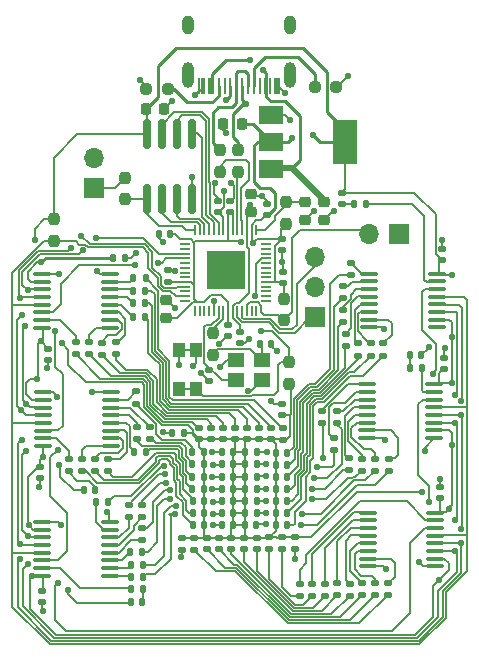
<source format=gbr>
%TF.GenerationSoftware,KiCad,Pcbnew,(6.0.11)*%
%TF.CreationDate,2024-06-23T02:22:26-05:00*%
%TF.ProjectId,BizBopWhingWhang,42697a42-6f70-4576-9869-6e675768616e,rev?*%
%TF.SameCoordinates,Original*%
%TF.FileFunction,Copper,L1,Top*%
%TF.FilePolarity,Positive*%
%FSLAX46Y46*%
G04 Gerber Fmt 4.6, Leading zero omitted, Abs format (unit mm)*
G04 Created by KiCad (PCBNEW (6.0.11)) date 2024-06-23 02:22:26*
%MOMM*%
%LPD*%
G01*
G04 APERTURE LIST*
G04 Aperture macros list*
%AMRoundRect*
0 Rectangle with rounded corners*
0 $1 Rounding radius*
0 $2 $3 $4 $5 $6 $7 $8 $9 X,Y pos of 4 corners*
0 Add a 4 corners polygon primitive as box body*
4,1,4,$2,$3,$4,$5,$6,$7,$8,$9,$2,$3,0*
0 Add four circle primitives for the rounded corners*
1,1,$1+$1,$2,$3*
1,1,$1+$1,$4,$5*
1,1,$1+$1,$6,$7*
1,1,$1+$1,$8,$9*
0 Add four rect primitives between the rounded corners*
20,1,$1+$1,$2,$3,$4,$5,0*
20,1,$1+$1,$4,$5,$6,$7,0*
20,1,$1+$1,$6,$7,$8,$9,0*
20,1,$1+$1,$8,$9,$2,$3,0*%
G04 Aperture macros list end*
%TA.AperFunction,SMDPad,CuDef*%
%ADD10RoundRect,0.100000X0.637500X0.100000X-0.637500X0.100000X-0.637500X-0.100000X0.637500X-0.100000X0*%
%TD*%
%TA.AperFunction,SMDPad,CuDef*%
%ADD11RoundRect,0.135000X-0.185000X0.135000X-0.185000X-0.135000X0.185000X-0.135000X0.185000X0.135000X0*%
%TD*%
%TA.AperFunction,SMDPad,CuDef*%
%ADD12R,1.400000X1.200000*%
%TD*%
%TA.AperFunction,SMDPad,CuDef*%
%ADD13RoundRect,0.140000X0.170000X-0.140000X0.170000X0.140000X-0.170000X0.140000X-0.170000X-0.140000X0*%
%TD*%
%TA.AperFunction,SMDPad,CuDef*%
%ADD14RoundRect,0.147500X-0.147500X-0.172500X0.147500X-0.172500X0.147500X0.172500X-0.147500X0.172500X0*%
%TD*%
%TA.AperFunction,SMDPad,CuDef*%
%ADD15RoundRect,0.147500X-0.172500X0.147500X-0.172500X-0.147500X0.172500X-0.147500X0.172500X0.147500X0*%
%TD*%
%TA.AperFunction,SMDPad,CuDef*%
%ADD16RoundRect,0.147500X0.147500X0.172500X-0.147500X0.172500X-0.147500X-0.172500X0.147500X-0.172500X0*%
%TD*%
%TA.AperFunction,SMDPad,CuDef*%
%ADD17RoundRect,0.147500X0.172500X-0.147500X0.172500X0.147500X-0.172500X0.147500X-0.172500X-0.147500X0*%
%TD*%
%TA.AperFunction,SMDPad,CuDef*%
%ADD18RoundRect,0.100000X-0.637500X-0.100000X0.637500X-0.100000X0.637500X0.100000X-0.637500X0.100000X0*%
%TD*%
%TA.AperFunction,SMDPad,CuDef*%
%ADD19R,1.000000X1.200000*%
%TD*%
%TA.AperFunction,SMDPad,CuDef*%
%ADD20RoundRect,0.135000X-0.135000X-0.185000X0.135000X-0.185000X0.135000X0.185000X-0.135000X0.185000X0*%
%TD*%
%TA.AperFunction,SMDPad,CuDef*%
%ADD21RoundRect,0.237500X0.237500X-0.250000X0.237500X0.250000X-0.237500X0.250000X-0.237500X-0.250000X0*%
%TD*%
%TA.AperFunction,SMDPad,CuDef*%
%ADD22RoundRect,0.140000X0.140000X0.170000X-0.140000X0.170000X-0.140000X-0.170000X0.140000X-0.170000X0*%
%TD*%
%TA.AperFunction,SMDPad,CuDef*%
%ADD23RoundRect,0.225000X0.225000X0.250000X-0.225000X0.250000X-0.225000X-0.250000X0.225000X-0.250000X0*%
%TD*%
%TA.AperFunction,SMDPad,CuDef*%
%ADD24RoundRect,0.135000X0.185000X-0.135000X0.185000X0.135000X-0.185000X0.135000X-0.185000X-0.135000X0*%
%TD*%
%TA.AperFunction,SMDPad,CuDef*%
%ADD25RoundRect,0.225000X0.250000X-0.225000X0.250000X0.225000X-0.250000X0.225000X-0.250000X-0.225000X0*%
%TD*%
%TA.AperFunction,SMDPad,CuDef*%
%ADD26RoundRect,0.135000X0.135000X0.185000X-0.135000X0.185000X-0.135000X-0.185000X0.135000X-0.185000X0*%
%TD*%
%TA.AperFunction,SMDPad,CuDef*%
%ADD27R,2.000000X1.500000*%
%TD*%
%TA.AperFunction,SMDPad,CuDef*%
%ADD28R,2.000000X3.800000*%
%TD*%
%TA.AperFunction,SMDPad,CuDef*%
%ADD29RoundRect,0.237500X0.250000X0.237500X-0.250000X0.237500X-0.250000X-0.237500X0.250000X-0.237500X0*%
%TD*%
%TA.AperFunction,ComponentPad*%
%ADD30R,1.700000X1.700000*%
%TD*%
%TA.AperFunction,ComponentPad*%
%ADD31O,1.700000X1.700000*%
%TD*%
%TA.AperFunction,SMDPad,CuDef*%
%ADD32RoundRect,0.225000X-0.250000X0.225000X-0.250000X-0.225000X0.250000X-0.225000X0.250000X0.225000X0*%
%TD*%
%TA.AperFunction,SMDPad,CuDef*%
%ADD33RoundRect,0.140000X-0.170000X0.140000X-0.170000X-0.140000X0.170000X-0.140000X0.170000X0.140000X0*%
%TD*%
%TA.AperFunction,SMDPad,CuDef*%
%ADD34RoundRect,0.237500X-0.237500X0.250000X-0.237500X-0.250000X0.237500X-0.250000X0.237500X0.250000X0*%
%TD*%
%TA.AperFunction,SMDPad,CuDef*%
%ADD35RoundRect,0.225000X-0.225000X-0.250000X0.225000X-0.250000X0.225000X0.250000X-0.225000X0.250000X0*%
%TD*%
%TA.AperFunction,SMDPad,CuDef*%
%ADD36RoundRect,0.150000X0.150000X-1.125000X0.150000X1.125000X-0.150000X1.125000X-0.150000X-1.125000X0*%
%TD*%
%TA.AperFunction,SMDPad,CuDef*%
%ADD37RoundRect,0.050000X-0.387500X-0.050000X0.387500X-0.050000X0.387500X0.050000X-0.387500X0.050000X0*%
%TD*%
%TA.AperFunction,SMDPad,CuDef*%
%ADD38RoundRect,0.050000X-0.050000X-0.387500X0.050000X-0.387500X0.050000X0.387500X-0.050000X0.387500X0*%
%TD*%
%TA.AperFunction,SMDPad,CuDef*%
%ADD39R,3.200000X3.200000*%
%TD*%
%TA.AperFunction,SMDPad,CuDef*%
%ADD40RoundRect,0.140000X-0.140000X-0.170000X0.140000X-0.170000X0.140000X0.170000X-0.140000X0.170000X0*%
%TD*%
%TA.AperFunction,SMDPad,CuDef*%
%ADD41R,0.250000X1.450000*%
%TD*%
%TA.AperFunction,SMDPad,CuDef*%
%ADD42R,0.300000X1.450000*%
%TD*%
%TA.AperFunction,ComponentPad*%
%ADD43RoundRect,0.500000X0.000000X0.300000X0.000000X0.300000X0.000000X-0.300000X0.000000X-0.300000X0*%
%TD*%
%TA.AperFunction,ComponentPad*%
%ADD44RoundRect,0.500000X0.000000X0.600000X0.000000X0.600000X0.000000X-0.600000X0.000000X-0.600000X0*%
%TD*%
%TA.AperFunction,ViaPad*%
%ADD45C,0.550000*%
%TD*%
%TA.AperFunction,Conductor*%
%ADD46C,0.130000*%
%TD*%
%TA.AperFunction,Conductor*%
%ADD47C,0.250000*%
%TD*%
%TA.AperFunction,Conductor*%
%ADD48C,0.500000*%
%TD*%
G04 APERTURE END LIST*
D10*
%TO.P,U5,1,QB*%
%TO.N,Net-(R10-Pad1)*%
X138862500Y-110275000D03*
%TO.P,U5,2,QC*%
%TO.N,Net-(R11-Pad1)*%
X138862500Y-109625000D03*
%TO.P,U5,3,QD*%
%TO.N,Net-(R12-Pad1)*%
X138862500Y-108975000D03*
%TO.P,U5,4,QE*%
%TO.N,Net-(R13-Pad1)*%
X138862500Y-108325000D03*
%TO.P,U5,5,QF*%
%TO.N,Net-(R14-Pad1)*%
X138862500Y-107675000D03*
%TO.P,U5,6,QG*%
%TO.N,Net-(R15-Pad1)*%
X138862500Y-107025000D03*
%TO.P,U5,7,QH*%
%TO.N,Net-(R16-Pad1)*%
X138862500Y-106375000D03*
%TO.P,U5,8,GND*%
%TO.N,GND*%
X138862500Y-105725000D03*
%TO.P,U5,9,QH'*%
%TO.N,Net-(U5-Pad9)*%
X133137500Y-105725000D03*
%TO.P,U5,10,~{SRCLR}*%
%TO.N,+3.3V*%
X133137500Y-106375000D03*
%TO.P,U5,11,SRCLK*%
%TO.N,GPIO2*%
X133137500Y-107025000D03*
%TO.P,U5,12,RCLK*%
%TO.N,GPIO8*%
X133137500Y-107675000D03*
%TO.P,U5,13,~{OE}*%
%TO.N,GPIO10*%
X133137500Y-108325000D03*
%TO.P,U5,14,SER*%
%TO.N,GPIO3*%
X133137500Y-108975000D03*
%TO.P,U5,15,QA*%
%TO.N,Net-(R1-Pad1)*%
X133137500Y-109625000D03*
%TO.P,U5,16,VCC*%
%TO.N,+3.3V*%
X133137500Y-110275000D03*
%TD*%
D11*
%TO.P,R20,1*%
%TO.N,Net-(R20-Pad1)*%
X138684000Y-121410000D03*
%TO.P,R20,2*%
%TO.N,Net-(D12-Pad1)*%
X138684000Y-122430000D03*
%TD*%
%TO.P,R44,1*%
%TO.N,Net-(R44-Pad1)*%
X158625000Y-108740000D03*
%TO.P,R44,2*%
%TO.N,Net-(D36-Pad1)*%
X158625000Y-109760000D03*
%TD*%
D12*
%TO.P,Y1,1,1*%
%TO.N,Net-(C16-Pad2)*%
X149520000Y-114730000D03*
%TO.P,Y1,2,2*%
%TO.N,GND*%
X151720000Y-114730000D03*
%TO.P,Y1,3,3*%
%TO.N,Net-(C17-Pad2)*%
X151720000Y-113030000D03*
%TO.P,Y1,4,4*%
%TO.N,GND*%
X149520000Y-113030000D03*
%TD*%
D13*
%TO.P,C13,1*%
%TO.N,+3.3V*%
X143810000Y-106390000D03*
%TO.P,C13,2*%
%TO.N,GND*%
X143810000Y-105430000D03*
%TD*%
D14*
%TO.P,D11,1,K*%
%TO.N,Net-(D11-Pad1)*%
X145885000Y-126000000D03*
%TO.P,D11,2,A*%
%TO.N,+3.3V*%
X146855000Y-126000000D03*
%TD*%
D15*
%TO.P,D7,1,K*%
%TO.N,Net-(D7-Pad1)*%
X152540000Y-118768000D03*
%TO.P,D7,2,A*%
%TO.N,+3.3V*%
X152540000Y-119738000D03*
%TD*%
D16*
%TO.P,D48,1,K*%
%TO.N,Net-(D48-Pad1)*%
X151285000Y-127020000D03*
%TO.P,D48,2,A*%
%TO.N,+3.3V*%
X150315000Y-127020000D03*
%TD*%
D14*
%TO.P,D21,1,K*%
%TO.N,Net-(D21-Pad1)*%
X148345000Y-123930000D03*
%TO.P,D21,2,A*%
%TO.N,+3.3V*%
X149315000Y-123930000D03*
%TD*%
D17*
%TO.P,D28,1,K*%
%TO.N,Net-(D28-Pad1)*%
X150220000Y-129045000D03*
%TO.P,D28,2,A*%
%TO.N,+3.3V*%
X150220000Y-128075000D03*
%TD*%
D15*
%TO.P,D3,1,K*%
%TO.N,Net-(D3-Pad1)*%
X148463000Y-118768000D03*
%TO.P,D3,2,A*%
%TO.N,+3.3V*%
X148463000Y-119738000D03*
%TD*%
D18*
%TO.P,U11,1,QB*%
%TO.N,Net-(R50-Pad1)*%
X160612500Y-115067500D03*
%TO.P,U11,2,QC*%
%TO.N,Net-(R51-Pad1)*%
X160612500Y-115717500D03*
%TO.P,U11,3,QD*%
%TO.N,Net-(R52-Pad1)*%
X160612500Y-116367500D03*
%TO.P,U11,4,QE*%
%TO.N,Net-(R53-Pad1)*%
X160612500Y-117017500D03*
%TO.P,U11,5,QF*%
%TO.N,Net-(R54-Pad1)*%
X160612500Y-117667500D03*
%TO.P,U11,6,QG*%
%TO.N,Net-(R55-Pad1)*%
X160612500Y-118317500D03*
%TO.P,U11,7,QH*%
%TO.N,Net-(R56-Pad1)*%
X160612500Y-118967500D03*
%TO.P,U11,8,GND*%
%TO.N,GND*%
X160612500Y-119617500D03*
%TO.P,U11,9,QH'*%
%TO.N,Net-(U11-Pad9)*%
X166337500Y-119617500D03*
%TO.P,U11,10,~{SRCLR}*%
%TO.N,+3.3V*%
X166337500Y-118967500D03*
%TO.P,U11,11,SRCLK*%
%TO.N,GPIO2*%
X166337500Y-118317500D03*
%TO.P,U11,12,RCLK*%
%TO.N,GPIO8*%
X166337500Y-117667500D03*
%TO.P,U11,13,~{OE}*%
%TO.N,GPIO10*%
X166337500Y-117017500D03*
%TO.P,U11,14,SER*%
%TO.N,Net-(U10-Pad9)*%
X166337500Y-116367500D03*
%TO.P,U11,15,QA*%
%TO.N,Net-(R49-Pad1)*%
X166337500Y-115717500D03*
%TO.P,U11,16,VCC*%
%TO.N,+3.3V*%
X166337500Y-115067500D03*
%TD*%
D19*
%TO.P,D49,1,K*%
%TO.N,GPIO26*%
X146140000Y-115480000D03*
X144740000Y-115480000D03*
%TO.P,D49,2,A*%
%TO.N,GND*%
X146140000Y-112180000D03*
X144740000Y-112180000D03*
%TD*%
D10*
%TO.P,U6,1,QB*%
%TO.N,Net-(R18-Pad1)*%
X138952500Y-120285000D03*
%TO.P,U6,2,QC*%
%TO.N,Net-(R19-Pad1)*%
X138952500Y-119635000D03*
%TO.P,U6,3,QD*%
%TO.N,Net-(R20-Pad1)*%
X138952500Y-118985000D03*
%TO.P,U6,4,QE*%
%TO.N,Net-(R21-Pad1)*%
X138952500Y-118335000D03*
%TO.P,U6,5,QF*%
%TO.N,Net-(R22-Pad1)*%
X138952500Y-117685000D03*
%TO.P,U6,6,QG*%
%TO.N,Net-(R23-Pad1)*%
X138952500Y-117035000D03*
%TO.P,U6,7,QH*%
%TO.N,Net-(R24-Pad1)*%
X138952500Y-116385000D03*
%TO.P,U6,8,GND*%
%TO.N,GND*%
X138952500Y-115735000D03*
%TO.P,U6,9,QH'*%
%TO.N,Net-(U6-Pad9)*%
X133227500Y-115735000D03*
%TO.P,U6,10,~{SRCLR}*%
%TO.N,+3.3V*%
X133227500Y-116385000D03*
%TO.P,U6,11,SRCLK*%
%TO.N,GPIO2*%
X133227500Y-117035000D03*
%TO.P,U6,12,RCLK*%
%TO.N,GPIO8*%
X133227500Y-117685000D03*
%TO.P,U6,13,~{OE}*%
%TO.N,GPIO10*%
X133227500Y-118335000D03*
%TO.P,U6,14,SER*%
%TO.N,Net-(U5-Pad9)*%
X133227500Y-118985000D03*
%TO.P,U6,15,QA*%
%TO.N,Net-(R17-Pad1)*%
X133227500Y-119635000D03*
%TO.P,U6,16,VCC*%
%TO.N,+3.3V*%
X133227500Y-120285000D03*
%TD*%
D20*
%TO.P,R25,1*%
%TO.N,Net-(R25-Pad1)*%
X140630000Y-132440000D03*
%TO.P,R25,2*%
%TO.N,Net-(D17-Pad1)*%
X141650000Y-132440000D03*
%TD*%
D11*
%TO.P,R50,1*%
%TO.N,Net-(R50-Pad1)*%
X156800000Y-117340000D03*
%TO.P,R50,2*%
%TO.N,Net-(D42-Pad1)*%
X156800000Y-118360000D03*
%TD*%
D16*
%TO.P,D37,1,K*%
%TO.N,Net-(D37-Pad1)*%
X153901000Y-123952000D03*
%TO.P,D37,2,A*%
%TO.N,+3.3V*%
X152931000Y-123952000D03*
%TD*%
D13*
%TO.P,C20,1*%
%TO.N,+3.3V*%
X166850000Y-124705000D03*
%TO.P,C20,2*%
%TO.N,GND*%
X166850000Y-123745000D03*
%TD*%
D16*
%TO.P,D17,1,K*%
%TO.N,Net-(D17-Pad1)*%
X141615000Y-133530000D03*
%TO.P,D17,2,A*%
%TO.N,+3.3V*%
X140645000Y-133530000D03*
%TD*%
D11*
%TO.P,R53,1*%
%TO.N,Net-(R53-Pad1)*%
X159125000Y-121340000D03*
%TO.P,R53,2*%
%TO.N,Net-(D45-Pad1)*%
X159125000Y-122360000D03*
%TD*%
D21*
%TO.P,R9,1*%
%TO.N,QSPISS*%
X140150000Y-99400000D03*
%TO.P,R9,2*%
%TO.N,Net-(JP2-Pad1)*%
X140150000Y-97575000D03*
%TD*%
D22*
%TO.P,C27,1*%
%TO.N,+3.3V*%
X145130000Y-119220000D03*
%TO.P,C27,2*%
%TO.N,GND*%
X144170000Y-119220000D03*
%TD*%
D23*
%TO.P,C12,1*%
%TO.N,+3.3V*%
X150025000Y-93000000D03*
%TO.P,C12,2*%
%TO.N,GND*%
X148475000Y-93000000D03*
%TD*%
D15*
%TO.P,D2,1,K*%
%TO.N,Net-(D2-Pad1)*%
X147447000Y-118768000D03*
%TO.P,D2,2,A*%
%TO.N,+3.3V*%
X147447000Y-119738000D03*
%TD*%
D24*
%TO.P,R29,1*%
%TO.N,Net-(R29-Pad1)*%
X141590000Y-128290000D03*
%TO.P,R29,2*%
%TO.N,Net-(D21-Pad1)*%
X141590000Y-127270000D03*
%TD*%
D11*
%TO.P,R12,1*%
%TO.N,Net-(R12-Pad1)*%
X139375000Y-111515000D03*
%TO.P,R12,2*%
%TO.N,Net-(D4-Pad1)*%
X139375000Y-112535000D03*
%TD*%
D14*
%TO.P,D18,1,K*%
%TO.N,Net-(D18-Pad1)*%
X148335000Y-127020000D03*
%TO.P,D18,2,A*%
%TO.N,+3.3V*%
X149305000Y-127020000D03*
%TD*%
%TO.P,D41,1,K*%
%TO.N,Net-(D41-Pad1)*%
X164265000Y-112600000D03*
%TO.P,D41,2,A*%
%TO.N,+3.3V*%
X165235000Y-112600000D03*
%TD*%
D21*
%TO.P,R58,1*%
%TO.N,+3.3V*%
X154050000Y-115012500D03*
%TO.P,R58,2*%
%TO.N,GPIO26*%
X154050000Y-113187500D03*
%TD*%
D17*
%TO.P,D25,1,K*%
%TO.N,Net-(D25-Pad1)*%
X153416000Y-128986000D03*
%TO.P,D25,2,A*%
%TO.N,+3.3V*%
X153416000Y-128016000D03*
%TD*%
D15*
%TO.P,D8,1,K*%
%TO.N,Net-(D8-Pad1)*%
X153570000Y-118785000D03*
%TO.P,D8,2,A*%
%TO.N,+3.3V*%
X153570000Y-119755000D03*
%TD*%
D11*
%TO.P,R23,1*%
%TO.N,Net-(R23-Pad1)*%
X142240000Y-118680000D03*
%TO.P,R23,2*%
%TO.N,Net-(D15-Pad1)*%
X142240000Y-119700000D03*
%TD*%
D21*
%TO.P,R3,1*%
%TO.N,USBP*%
X149750000Y-97082500D03*
%TO.P,R3,2*%
%TO.N,Net-(J1-PadA6)*%
X149750000Y-95257500D03*
%TD*%
D13*
%TO.P,C1,1*%
%TO.N,+3.3V*%
X149080000Y-100490000D03*
%TO.P,C1,2*%
%TO.N,GND*%
X149080000Y-99530000D03*
%TD*%
D11*
%TO.P,R35,1*%
%TO.N,Net-(R35-Pad1)*%
X157080000Y-131950000D03*
%TO.P,R35,2*%
%TO.N,Net-(D27-Pad1)*%
X157080000Y-132970000D03*
%TD*%
D13*
%TO.P,C26,1*%
%TO.N,+3.3V*%
X167150000Y-113780000D03*
%TO.P,C26,2*%
%TO.N,GND*%
X167150000Y-112820000D03*
%TD*%
D25*
%TO.P,C10,1*%
%TO.N,+1V1*%
X150830000Y-100495000D03*
%TO.P,C10,2*%
%TO.N,GND*%
X150830000Y-98945000D03*
%TD*%
D14*
%TO.P,D15,1,K*%
%TO.N,Net-(D15-Pad1)*%
X145855000Y-121830000D03*
%TO.P,D15,2,A*%
%TO.N,+3.3V*%
X146825000Y-121830000D03*
%TD*%
D15*
%TO.P,D6,1,K*%
%TO.N,Net-(D6-Pad1)*%
X151511000Y-118768000D03*
%TO.P,D6,2,A*%
%TO.N,+3.3V*%
X151511000Y-119738000D03*
%TD*%
D26*
%TO.P,R41,1*%
%TO.N,Net-(R41-Pad1)*%
X160560000Y-99780000D03*
%TO.P,R41,2*%
%TO.N,Net-(D33-Pad1)*%
X159540000Y-99780000D03*
%TD*%
D11*
%TO.P,R39,1*%
%TO.N,Net-(R39-Pad1)*%
X161360000Y-131910000D03*
%TO.P,R39,2*%
%TO.N,Net-(D31-Pad1)*%
X161360000Y-132930000D03*
%TD*%
D21*
%TO.P,R6,1*%
%TO.N,RUN*%
X153590000Y-109642500D03*
%TO.P,R6,2*%
%TO.N,+3.3V*%
X153590000Y-107817500D03*
%TD*%
D24*
%TO.P,R31,1*%
%TO.N,Net-(R31-Pad1)*%
X140460000Y-126280000D03*
%TO.P,R31,2*%
%TO.N,Net-(D23-Pad1)*%
X140460000Y-125260000D03*
%TD*%
D15*
%TO.P,D5,1,K*%
%TO.N,Net-(D5-Pad1)*%
X150495000Y-118768000D03*
%TO.P,D5,2,A*%
%TO.N,+3.3V*%
X150495000Y-119738000D03*
%TD*%
D16*
%TO.P,D46,1,K*%
%TO.N,Net-(D46-Pad1)*%
X151315000Y-124960000D03*
%TO.P,D46,2,A*%
%TO.N,+3.3V*%
X150345000Y-124960000D03*
%TD*%
%TO.P,D44,1,K*%
%TO.N,Net-(D44-Pad1)*%
X151295000Y-122890000D03*
%TO.P,D44,2,A*%
%TO.N,+3.3V*%
X150325000Y-122890000D03*
%TD*%
D14*
%TO.P,D10,1,K*%
%TO.N,Net-(D10-Pad1)*%
X145885000Y-127020000D03*
%TO.P,D10,2,A*%
%TO.N,+3.3V*%
X146855000Y-127020000D03*
%TD*%
%TO.P,D16,1,K*%
%TO.N,Net-(D16-Pad1)*%
X145832500Y-120790000D03*
%TO.P,D16,2,A*%
%TO.N,+3.3V*%
X146802500Y-120790000D03*
%TD*%
D11*
%TO.P,R55,1*%
%TO.N,Net-(R55-Pad1)*%
X161325000Y-121365000D03*
%TO.P,R55,2*%
%TO.N,Net-(D47-Pad1)*%
X161325000Y-122385000D03*
%TD*%
D16*
%TO.P,D35,1,K*%
%TO.N,Net-(D35-Pad1)*%
X153901000Y-121920000D03*
%TO.P,D35,2,A*%
%TO.N,+3.3V*%
X152931000Y-121920000D03*
%TD*%
D27*
%TO.P,U1,1,GND*%
%TO.N,GND*%
X152510000Y-92250000D03*
%TO.P,U1,2,VO*%
%TO.N,+3.3V*%
X152510000Y-94550000D03*
D28*
X158810000Y-94550000D03*
D27*
%TO.P,U1,3,VI*%
%TO.N,+5V*%
X152510000Y-96850000D03*
%TD*%
D29*
%TO.P,R2,1*%
%TO.N,GND*%
X158042500Y-89930000D03*
%TO.P,R2,2*%
%TO.N,Net-(J1-PadA5)*%
X156217500Y-89930000D03*
%TD*%
D30*
%TO.P,J3,1,Pin_1*%
%TO.N,Net-(J3-Pad1)*%
X156200000Y-109380000D03*
D31*
%TO.P,J3,2,Pin_2*%
%TO.N,GND*%
X156200000Y-106840000D03*
%TO.P,J3,3,Pin_3*%
%TO.N,Net-(J3-Pad3)*%
X156200000Y-104300000D03*
%TD*%
D18*
%TO.P,U12,1,QB*%
%TO.N,Net-(R42-Pad1)*%
X160837500Y-105700000D03*
%TO.P,U12,2,QC*%
%TO.N,Net-(R43-Pad1)*%
X160837500Y-106350000D03*
%TO.P,U12,3,QD*%
%TO.N,Net-(R44-Pad1)*%
X160837500Y-107000000D03*
%TO.P,U12,4,QE*%
%TO.N,Net-(R45-Pad1)*%
X160837500Y-107650000D03*
%TO.P,U12,5,QF*%
%TO.N,Net-(R46-Pad1)*%
X160837500Y-108300000D03*
%TO.P,U12,6,QG*%
%TO.N,Net-(R47-Pad1)*%
X160837500Y-108950000D03*
%TO.P,U12,7,QH*%
%TO.N,Net-(R48-Pad1)*%
X160837500Y-109600000D03*
%TO.P,U12,8,GND*%
%TO.N,GND*%
X160837500Y-110250000D03*
%TO.P,U12,9,QH'*%
%TO.N,unconnected-(U12-Pad9)*%
X166562500Y-110250000D03*
%TO.P,U12,10,~{SRCLR}*%
%TO.N,+3.3V*%
X166562500Y-109600000D03*
%TO.P,U12,11,SRCLK*%
%TO.N,GPIO2*%
X166562500Y-108950000D03*
%TO.P,U12,12,RCLK*%
%TO.N,GPIO8*%
X166562500Y-108300000D03*
%TO.P,U12,13,~{OE}*%
%TO.N,GPIO10*%
X166562500Y-107650000D03*
%TO.P,U12,14,SER*%
%TO.N,Net-(U11-Pad9)*%
X166562500Y-107000000D03*
%TO.P,U12,15,QA*%
%TO.N,Net-(R41-Pad1)*%
X166562500Y-106350000D03*
%TO.P,U12,16,VCC*%
%TO.N,+3.3V*%
X166562500Y-105700000D03*
%TD*%
D16*
%TO.P,D39,1,K*%
%TO.N,Net-(D39-Pad1)*%
X153901000Y-125984000D03*
%TO.P,D39,2,A*%
%TO.N,+3.3V*%
X152931000Y-125984000D03*
%TD*%
D32*
%TO.P,C4,1*%
%TO.N,+5V*%
X157000000Y-99605000D03*
%TO.P,C4,2*%
%TO.N,GND*%
X157000000Y-101155000D03*
%TD*%
D11*
%TO.P,R48,1*%
%TO.N,Net-(R48-Pad1)*%
X162000000Y-111615000D03*
%TO.P,R48,2*%
%TO.N,Net-(D40-Pad1)*%
X162000000Y-112635000D03*
%TD*%
D33*
%TO.P,C19,1*%
%TO.N,+3.3V*%
X133650000Y-112070000D03*
%TO.P,C19,2*%
%TO.N,GND*%
X133650000Y-113030000D03*
%TD*%
D16*
%TO.P,D34,1,K*%
%TO.N,Net-(D34-Pad1)*%
X153901000Y-120904000D03*
%TO.P,D34,2,A*%
%TO.N,+3.3V*%
X152931000Y-120904000D03*
%TD*%
D20*
%TO.P,R26,1*%
%TO.N,Net-(R26-Pad1)*%
X140640000Y-131380000D03*
%TO.P,R26,2*%
%TO.N,Net-(D18-Pad1)*%
X141660000Y-131380000D03*
%TD*%
D11*
%TO.P,R52,1*%
%TO.N,Net-(R52-Pad1)*%
X158125000Y-117365000D03*
%TO.P,R52,2*%
%TO.N,Net-(D44-Pad1)*%
X158125000Y-118385000D03*
%TD*%
%TO.P,R11,1*%
%TO.N,Net-(R11-Pad1)*%
X138200000Y-111540000D03*
%TO.P,R11,2*%
%TO.N,Net-(D3-Pad1)*%
X138200000Y-112560000D03*
%TD*%
%TO.P,R1,1*%
%TO.N,Net-(R1-Pad1)*%
X135975000Y-111515000D03*
%TO.P,R1,2*%
%TO.N,Net-(D1-Pad1)*%
X135975000Y-112535000D03*
%TD*%
%TO.P,R10,1*%
%TO.N,Net-(R10-Pad1)*%
X137100000Y-111515000D03*
%TO.P,R10,2*%
%TO.N,Net-(D2-Pad1)*%
X137100000Y-112535000D03*
%TD*%
D14*
%TO.P,D22,1,K*%
%TO.N,Net-(D22-Pad1)*%
X148355000Y-122890000D03*
%TO.P,D22,2,A*%
%TO.N,+3.3V*%
X149325000Y-122890000D03*
%TD*%
D34*
%TO.P,R7,1*%
%TO.N,ADCVREF*%
X153760000Y-99647500D03*
%TO.P,R7,2*%
%TO.N,+3.3V*%
X153760000Y-101472500D03*
%TD*%
D20*
%TO.P,R13,1*%
%TO.N,Net-(R13-Pad1)*%
X140830000Y-109370000D03*
%TO.P,R13,2*%
%TO.N,Net-(D5-Pad1)*%
X141850000Y-109370000D03*
%TD*%
D33*
%TO.P,C25,1*%
%TO.N,+3.3V*%
X154520000Y-128040000D03*
%TO.P,C25,2*%
%TO.N,GND*%
X154520000Y-129000000D03*
%TD*%
D14*
%TO.P,D14,1,K*%
%TO.N,Net-(D14-Pad1)*%
X145845000Y-122890000D03*
%TO.P,D14,2,A*%
%TO.N,+3.3V*%
X146815000Y-122890000D03*
%TD*%
D16*
%TO.P,D42,1,K*%
%TO.N,Net-(D42-Pad1)*%
X151315000Y-120770000D03*
%TO.P,D42,2,A*%
%TO.N,+3.3V*%
X150345000Y-120770000D03*
%TD*%
D20*
%TO.P,R16,1*%
%TO.N,Net-(R16-Pad1)*%
X140870000Y-106080000D03*
%TO.P,R16,2*%
%TO.N,Net-(D8-Pad1)*%
X141890000Y-106080000D03*
%TD*%
D11*
%TO.P,R56,1*%
%TO.N,Net-(R56-Pad1)*%
X162500000Y-121390000D03*
%TO.P,R56,2*%
%TO.N,Net-(D48-Pad1)*%
X162500000Y-122410000D03*
%TD*%
%TO.P,R38,1*%
%TO.N,Net-(R38-Pad1)*%
X160250000Y-131910000D03*
%TO.P,R38,2*%
%TO.N,Net-(D30-Pad1)*%
X160250000Y-132930000D03*
%TD*%
D21*
%TO.P,R5,1*%
%TO.N,Net-(C17-Pad2)*%
X147590000Y-112562500D03*
%TO.P,R5,2*%
%TO.N,Net-(R5-Pad2)*%
X147590000Y-110737500D03*
%TD*%
D11*
%TO.P,R18,1*%
%TO.N,Net-(R18-Pad1)*%
X136499600Y-121410000D03*
%TO.P,R18,2*%
%TO.N,Net-(D10-Pad1)*%
X136499600Y-122430000D03*
%TD*%
D14*
%TO.P,D19,1,K*%
%TO.N,Net-(D19-Pad1)*%
X148365000Y-126000000D03*
%TO.P,D19,2,A*%
%TO.N,+3.3V*%
X149335000Y-126000000D03*
%TD*%
D20*
%TO.P,R21,1*%
%TO.N,Net-(R21-Pad1)*%
X140950000Y-120840000D03*
%TO.P,R21,2*%
%TO.N,Net-(D13-Pad1)*%
X141970000Y-120840000D03*
%TD*%
D30*
%TO.P,JP1,1,A*%
%TO.N,GND*%
X163390000Y-102370000D03*
D31*
%TO.P,JP1,2,B*%
%TO.N,RUN*%
X160850000Y-102370000D03*
%TD*%
D20*
%TO.P,R14,1*%
%TO.N,Net-(R14-Pad1)*%
X140840000Y-108220000D03*
%TO.P,R14,2*%
%TO.N,Net-(D6-Pad1)*%
X141860000Y-108220000D03*
%TD*%
D17*
%TO.P,D26,1,K*%
%TO.N,Net-(D26-Pad1)*%
X152350000Y-129005000D03*
%TO.P,D26,2,A*%
%TO.N,+3.3V*%
X152350000Y-128035000D03*
%TD*%
D34*
%TO.P,R57,1*%
%TO.N,+3.3V*%
X134100000Y-101087500D03*
%TO.P,R57,2*%
%TO.N,GPIO10*%
X134100000Y-102912500D03*
%TD*%
D17*
%TO.P,D32,1,K*%
%TO.N,Net-(D32-Pad1)*%
X146030000Y-129065000D03*
%TO.P,D32,2,A*%
%TO.N,+3.3V*%
X146030000Y-128095000D03*
%TD*%
D18*
%TO.P,U10,1,QB*%
%TO.N,Net-(R34-Pad1)*%
X160697500Y-125925000D03*
%TO.P,U10,2,QC*%
%TO.N,Net-(R35-Pad1)*%
X160697500Y-126575000D03*
%TO.P,U10,3,QD*%
%TO.N,Net-(R36-Pad1)*%
X160697500Y-127225000D03*
%TO.P,U10,4,QE*%
%TO.N,Net-(R37-Pad1)*%
X160697500Y-127875000D03*
%TO.P,U10,5,QF*%
%TO.N,Net-(R38-Pad1)*%
X160697500Y-128525000D03*
%TO.P,U10,6,QG*%
%TO.N,Net-(R39-Pad1)*%
X160697500Y-129175000D03*
%TO.P,U10,7,QH*%
%TO.N,Net-(R40-Pad1)*%
X160697500Y-129825000D03*
%TO.P,U10,8,GND*%
%TO.N,GND*%
X160697500Y-130475000D03*
%TO.P,U10,9,QH'*%
%TO.N,Net-(U10-Pad9)*%
X166422500Y-130475000D03*
%TO.P,U10,10,~{SRCLR}*%
%TO.N,+3.3V*%
X166422500Y-129825000D03*
%TO.P,U10,11,SRCLK*%
%TO.N,GPIO2*%
X166422500Y-129175000D03*
%TO.P,U10,12,RCLK*%
%TO.N,GPIO8*%
X166422500Y-128525000D03*
%TO.P,U10,13,~{OE}*%
%TO.N,GPIO10*%
X166422500Y-127875000D03*
%TO.P,U10,14,SER*%
%TO.N,Net-(U10-Pad14)*%
X166422500Y-127225000D03*
%TO.P,U10,15,QA*%
%TO.N,Net-(R33-Pad1)*%
X166422500Y-126575000D03*
%TO.P,U10,16,VCC*%
%TO.N,+3.3V*%
X166422500Y-125925000D03*
%TD*%
D33*
%TO.P,C8,1*%
%TO.N,+3.3V*%
X153420000Y-102760000D03*
%TO.P,C8,2*%
%TO.N,GND*%
X153420000Y-103720000D03*
%TD*%
D14*
%TO.P,D23,1,K*%
%TO.N,Net-(D23-Pad1)*%
X148359000Y-121830000D03*
%TO.P,D23,2,A*%
%TO.N,+3.3V*%
X149329000Y-121830000D03*
%TD*%
D33*
%TO.P,C21,1*%
%TO.N,+3.3V*%
X144980000Y-128100000D03*
%TO.P,C21,2*%
%TO.N,GND*%
X144980000Y-129060000D03*
%TD*%
D11*
%TO.P,R22,1*%
%TO.N,Net-(R22-Pad1)*%
X141210000Y-118690000D03*
%TO.P,R22,2*%
%TO.N,Net-(D14-Pad1)*%
X141210000Y-119710000D03*
%TD*%
%TO.P,R37,1*%
%TO.N,Net-(R37-Pad1)*%
X159180000Y-131960000D03*
%TO.P,R37,2*%
%TO.N,Net-(D29-Pad1)*%
X159180000Y-132980000D03*
%TD*%
D35*
%TO.P,C15,1*%
%TO.N,+3.3V*%
X141925000Y-91760000D03*
%TO.P,C15,2*%
%TO.N,GND*%
X143475000Y-91760000D03*
%TD*%
D11*
%TO.P,R36,1*%
%TO.N,Net-(R36-Pad1)*%
X158130000Y-131930000D03*
%TO.P,R36,2*%
%TO.N,Net-(D28-Pad1)*%
X158130000Y-132950000D03*
%TD*%
D32*
%TO.P,C18,1*%
%TO.N,ADCVREF*%
X155400000Y-99605000D03*
%TO.P,C18,2*%
%TO.N,GND*%
X155400000Y-101155000D03*
%TD*%
D33*
%TO.P,C24,1*%
%TO.N,+3.3V*%
X133100000Y-132570000D03*
%TO.P,C24,2*%
%TO.N,GND*%
X133100000Y-133530000D03*
%TD*%
D16*
%TO.P,D40,1,K*%
%TO.N,Net-(D40-Pad1)*%
X153901000Y-127000000D03*
%TO.P,D40,2,A*%
%TO.N,+3.3V*%
X152931000Y-127000000D03*
%TD*%
D36*
%TO.P,U2,1,/CS*%
%TO.N,QSPISS*%
X142005000Y-99415000D03*
%TO.P,U2,2,DO(IO1)*%
%TO.N,QSPISD1*%
X143275000Y-99415000D03*
%TO.P,U2,3,IO2*%
%TO.N,QSPISD2*%
X144545000Y-99415000D03*
%TO.P,U2,4,GND*%
%TO.N,GND*%
X145815000Y-99415000D03*
%TO.P,U2,5,DI(IO0)*%
%TO.N,QSPISD0*%
X145815000Y-93865000D03*
%TO.P,U2,6,CLK*%
%TO.N,QSPICLK*%
X144545000Y-93865000D03*
%TO.P,U2,7,IO*%
%TO.N,QSPISD3*%
X143275000Y-93865000D03*
%TO.P,U2,8,VCC*%
%TO.N,+3.3V*%
X142005000Y-93865000D03*
%TD*%
D16*
%TO.P,D43,1,K*%
%TO.N,Net-(D43-Pad1)*%
X151305000Y-121840000D03*
%TO.P,D43,2,A*%
%TO.N,+3.3V*%
X150335000Y-121840000D03*
%TD*%
D34*
%TO.P,R4,1*%
%TO.N,Net-(J1-PadA7)*%
X148170000Y-95267500D03*
%TO.P,R4,2*%
%TO.N,USBM*%
X148170000Y-97092500D03*
%TD*%
D11*
%TO.P,R54,1*%
%TO.N,Net-(R54-Pad1)*%
X160200000Y-121365000D03*
%TO.P,R54,2*%
%TO.N,Net-(D46-Pad1)*%
X160200000Y-122385000D03*
%TD*%
D13*
%TO.P,C23,1*%
%TO.N,+3.3V*%
X166950000Y-104560000D03*
%TO.P,C23,2*%
%TO.N,GND*%
X166950000Y-103600000D03*
%TD*%
D20*
%TO.P,R27,1*%
%TO.N,Net-(R27-Pad1)*%
X140630000Y-130360000D03*
%TO.P,R27,2*%
%TO.N,Net-(D19-Pad1)*%
X141650000Y-130360000D03*
%TD*%
D13*
%TO.P,C16,1*%
%TO.N,GND*%
X147300000Y-114820000D03*
%TO.P,C16,2*%
%TO.N,Net-(C16-Pad2)*%
X147300000Y-113860000D03*
%TD*%
D16*
%TO.P,D45,1,K*%
%TO.N,Net-(D45-Pad1)*%
X151305000Y-123950000D03*
%TO.P,D45,2,A*%
%TO.N,+3.3V*%
X150335000Y-123950000D03*
%TD*%
D10*
%TO.P,U7,1,QB*%
%TO.N,Net-(R26-Pad1)*%
X138862500Y-131275000D03*
%TO.P,U7,2,QC*%
%TO.N,Net-(R27-Pad1)*%
X138862500Y-130625000D03*
%TO.P,U7,3,QD*%
%TO.N,Net-(R28-Pad1)*%
X138862500Y-129975000D03*
%TO.P,U7,4,QE*%
%TO.N,Net-(R29-Pad1)*%
X138862500Y-129325000D03*
%TO.P,U7,5,QF*%
%TO.N,Net-(R30-Pad1)*%
X138862500Y-128675000D03*
%TO.P,U7,6,QG*%
%TO.N,Net-(R31-Pad1)*%
X138862500Y-128025000D03*
%TO.P,U7,7,QH*%
%TO.N,Net-(R32-Pad1)*%
X138862500Y-127375000D03*
%TO.P,U7,8,GND*%
%TO.N,GND*%
X138862500Y-126725000D03*
%TO.P,U7,9,QH'*%
%TO.N,Net-(U10-Pad14)*%
X133137500Y-126725000D03*
%TO.P,U7,10,~{SRCLR}*%
%TO.N,+3.3V*%
X133137500Y-127375000D03*
%TO.P,U7,11,SRCLK*%
%TO.N,GPIO2*%
X133137500Y-128025000D03*
%TO.P,U7,12,RCLK*%
%TO.N,GPIO8*%
X133137500Y-128675000D03*
%TO.P,U7,13,~{OE}*%
%TO.N,GPIO10*%
X133137500Y-129325000D03*
%TO.P,U7,14,SER*%
%TO.N,Net-(U6-Pad9)*%
X133137500Y-129975000D03*
%TO.P,U7,15,QA*%
%TO.N,Net-(R25-Pad1)*%
X133137500Y-130625000D03*
%TO.P,U7,16,VCC*%
%TO.N,+3.3V*%
X133137500Y-131275000D03*
%TD*%
D37*
%TO.P,U3,1,IOVDD*%
%TO.N,+3.3V*%
X145232500Y-102810000D03*
%TO.P,U3,2,GPIO0*%
%TO.N,GPIO0*%
X145232500Y-103210000D03*
%TO.P,U3,3,GPIO1*%
%TO.N,GPIO1*%
X145232500Y-103610000D03*
%TO.P,U3,4,GPIO2*%
%TO.N,GPIO2*%
X145232500Y-104010000D03*
%TO.P,U3,5,GPIO3*%
%TO.N,GPIO3*%
X145232500Y-104410000D03*
%TO.P,U3,6,GPIO4*%
%TO.N,GPIO4*%
X145232500Y-104810000D03*
%TO.P,U3,7,GPIO5*%
%TO.N,GPIO5*%
X145232500Y-105210000D03*
%TO.P,U3,8,GPIO6*%
%TO.N,GPIO6*%
X145232500Y-105610000D03*
%TO.P,U3,9,GPIO7*%
%TO.N,GPIO7*%
X145232500Y-106010000D03*
%TO.P,U3,10,IOVDD*%
%TO.N,+3.3V*%
X145232500Y-106410000D03*
%TO.P,U3,11,GPIO8*%
%TO.N,GPIO8*%
X145232500Y-106810000D03*
%TO.P,U3,12,GPIO9*%
%TO.N,GPIO9*%
X145232500Y-107210000D03*
%TO.P,U3,13,GPIO10*%
%TO.N,GPIO10*%
X145232500Y-107610000D03*
%TO.P,U3,14,GPIO11*%
%TO.N,GPIO11*%
X145232500Y-108010000D03*
D38*
%TO.P,U3,15,GPIO12*%
%TO.N,GPIO12*%
X146070000Y-108847500D03*
%TO.P,U3,16,GPIO13*%
%TO.N,GPIO13*%
X146470000Y-108847500D03*
%TO.P,U3,17,GPIO14*%
%TO.N,GPIO14*%
X146870000Y-108847500D03*
%TO.P,U3,18,GPIO15*%
%TO.N,GPIO15*%
X147270000Y-108847500D03*
%TO.P,U3,19,TESTEN*%
%TO.N,GND*%
X147670000Y-108847500D03*
%TO.P,U3,20,XIN*%
%TO.N,Net-(C16-Pad2)*%
X148070000Y-108847500D03*
%TO.P,U3,21,XOUT*%
%TO.N,Net-(R5-Pad2)*%
X148470000Y-108847500D03*
%TO.P,U3,22,IOVDD*%
%TO.N,+3.3V*%
X148870000Y-108847500D03*
%TO.P,U3,23,DVDD*%
%TO.N,+1V1*%
X149270000Y-108847500D03*
%TO.P,U3,24,SWCLK*%
%TO.N,Net-(J3-Pad1)*%
X149670000Y-108847500D03*
%TO.P,U3,25,SWD*%
%TO.N,Net-(J3-Pad3)*%
X150070000Y-108847500D03*
%TO.P,U3,26,RUN*%
%TO.N,RUN*%
X150470000Y-108847500D03*
%TO.P,U3,27,GPIO16*%
%TO.N,GPIO16*%
X150870000Y-108847500D03*
%TO.P,U3,28,GPIO17*%
%TO.N,GPIO17*%
X151270000Y-108847500D03*
D37*
%TO.P,U3,29,GPIO18*%
%TO.N,GPIO18*%
X152107500Y-108010000D03*
%TO.P,U3,30,GPIO19*%
%TO.N,GPIO19*%
X152107500Y-107610000D03*
%TO.P,U3,31,GPIO20*%
%TO.N,GPIO20*%
X152107500Y-107210000D03*
%TO.P,U3,32,GPIO21*%
%TO.N,GPIO21*%
X152107500Y-106810000D03*
%TO.P,U3,33,IOVDD*%
%TO.N,+3.3V*%
X152107500Y-106410000D03*
%TO.P,U3,34,GPIO22*%
%TO.N,GPIO22*%
X152107500Y-106010000D03*
%TO.P,U3,35,GPIO23*%
%TO.N,GPIO23*%
X152107500Y-105610000D03*
%TO.P,U3,36,GPIO24*%
%TO.N,GPIO24*%
X152107500Y-105210000D03*
%TO.P,U3,37,GPIO25*%
%TO.N,GPIO25*%
X152107500Y-104810000D03*
%TO.P,U3,38,GPIO26_ADC0*%
%TO.N,GPIO26*%
X152107500Y-104410000D03*
%TO.P,U3,39,GPIO27_ADC1*%
%TO.N,GPIO27*%
X152107500Y-104010000D03*
%TO.P,U3,40,GPIO28_ADC2*%
%TO.N,GPIO28*%
X152107500Y-103610000D03*
%TO.P,U3,41,GPIO29_ADC3*%
%TO.N,GPIO29*%
X152107500Y-103210000D03*
%TO.P,U3,42,IOVDD*%
%TO.N,+3.3V*%
X152107500Y-102810000D03*
D38*
%TO.P,U3,43,ADC_AVDD*%
%TO.N,ADCVREF*%
X151270000Y-101972500D03*
%TO.P,U3,44,VREG_IN*%
%TO.N,+3.3V*%
X150870000Y-101972500D03*
%TO.P,U3,45,VREG_VOUT*%
%TO.N,+1V1*%
X150470000Y-101972500D03*
%TO.P,U3,46,USB_DM*%
%TO.N,USBM*%
X150070000Y-101972500D03*
%TO.P,U3,47,USB_DP*%
%TO.N,USBP*%
X149670000Y-101972500D03*
%TO.P,U3,48,USB_VDD*%
%TO.N,+3.3V*%
X149270000Y-101972500D03*
%TO.P,U3,49,IOVDD*%
X148870000Y-101972500D03*
%TO.P,U3,50,DVDD*%
%TO.N,+1V1*%
X148470000Y-101972500D03*
%TO.P,U3,51,QSPI_SD3*%
%TO.N,QSPISD3*%
X148070000Y-101972500D03*
%TO.P,U3,52,QSPI_SCLK*%
%TO.N,QSPICLK*%
X147670000Y-101972500D03*
%TO.P,U3,53,QSPI_SD0*%
%TO.N,QSPISD0*%
X147270000Y-101972500D03*
%TO.P,U3,54,QSPI_SD2*%
%TO.N,QSPISD2*%
X146870000Y-101972500D03*
%TO.P,U3,55,QSPI_SD1*%
%TO.N,QSPISD1*%
X146470000Y-101972500D03*
%TO.P,U3,56,QSPI_SS*%
%TO.N,QSPISS*%
X146070000Y-101972500D03*
D39*
%TO.P,U3,57,GND*%
%TO.N,GND*%
X148670000Y-105410000D03*
%TD*%
D15*
%TO.P,D1,1,K*%
%TO.N,Net-(D1-Pad1)*%
X146431000Y-118768000D03*
%TO.P,D1,2,A*%
%TO.N,+3.3V*%
X146431000Y-119738000D03*
%TD*%
D20*
%TO.P,R15,1*%
%TO.N,Net-(R15-Pad1)*%
X140840000Y-107160000D03*
%TO.P,R15,2*%
%TO.N,Net-(D7-Pad1)*%
X141860000Y-107160000D03*
%TD*%
D11*
%TO.P,R34,1*%
%TO.N,Net-(R34-Pad1)*%
X156010000Y-131960000D03*
%TO.P,R34,2*%
%TO.N,Net-(D26-Pad1)*%
X156010000Y-132980000D03*
%TD*%
D14*
%TO.P,D24,1,K*%
%TO.N,Net-(D24-Pad1)*%
X148359000Y-120770000D03*
%TO.P,D24,2,A*%
%TO.N,+3.3V*%
X149329000Y-120770000D03*
%TD*%
D22*
%TO.P,C2,1*%
%TO.N,+3.3V*%
X143990000Y-102350000D03*
%TO.P,C2,2*%
%TO.N,GND*%
X143030000Y-102350000D03*
%TD*%
D11*
%TO.P,R45,1*%
%TO.N,Net-(R45-Pad1)*%
X158825000Y-110840000D03*
%TO.P,R45,2*%
%TO.N,Net-(D37-Pad1)*%
X158825000Y-111860000D03*
%TD*%
%TO.P,R46,1*%
%TO.N,Net-(R46-Pad1)*%
X159900000Y-111615000D03*
%TO.P,R46,2*%
%TO.N,Net-(D38-Pad1)*%
X159900000Y-112635000D03*
%TD*%
D15*
%TO.P,D4,1,K*%
%TO.N,Net-(D4-Pad1)*%
X149479000Y-118768000D03*
%TO.P,D4,2,A*%
%TO.N,+3.3V*%
X149479000Y-119738000D03*
%TD*%
D14*
%TO.P,D20,1,K*%
%TO.N,Net-(D20-Pad1)*%
X148355000Y-124960000D03*
%TO.P,D20,2,A*%
%TO.N,+3.3V*%
X149325000Y-124960000D03*
%TD*%
D40*
%TO.P,C14,1*%
%TO.N,+3.3V*%
X139170000Y-104350000D03*
%TO.P,C14,2*%
%TO.N,GND*%
X140130000Y-104350000D03*
%TD*%
D24*
%TO.P,R30,1*%
%TO.N,Net-(R30-Pad1)*%
X141630000Y-126310000D03*
%TO.P,R30,2*%
%TO.N,Net-(D22-Pad1)*%
X141630000Y-125290000D03*
%TD*%
D14*
%TO.P,D12,1,K*%
%TO.N,Net-(D12-Pad1)*%
X145882500Y-124980000D03*
%TO.P,D12,2,A*%
%TO.N,+3.3V*%
X146852500Y-124980000D03*
%TD*%
D30*
%TO.P,JP2,1,A*%
%TO.N,Net-(JP2-Pad1)*%
X137500000Y-98425000D03*
D31*
%TO.P,JP2,2,B*%
%TO.N,GND*%
X137500000Y-95885000D03*
%TD*%
D41*
%TO.P,J1,A1,GND*%
%TO.N,GND*%
X153205000Y-89772500D03*
%TO.P,J1,A4,VBUS*%
%TO.N,+5V*%
X152405000Y-89772500D03*
%TO.P,J1,A5,CC1*%
%TO.N,Net-(J1-PadA5)*%
X151080000Y-89772500D03*
%TO.P,J1,A6,D+*%
%TO.N,Net-(J1-PadA6)*%
X150080000Y-89772500D03*
%TO.P,J1,A7,D-*%
%TO.N,Net-(J1-PadA7)*%
X149580000Y-89772500D03*
%TO.P,J1,A8,SBU1*%
%TO.N,unconnected-(J1-PadA8)*%
X148580000Y-89772500D03*
%TO.P,J1,A9,VBUS*%
%TO.N,+5V*%
X147255000Y-89772500D03*
%TO.P,J1,A12,GND*%
%TO.N,GND*%
X146455000Y-89772500D03*
D42*
%TO.P,J1,B1,GND*%
X146730000Y-89772500D03*
%TO.P,J1,B4,VBUS*%
%TO.N,+5V*%
X147530000Y-89772500D03*
D41*
%TO.P,J1,B5,CC2*%
%TO.N,Net-(J1-PadB5)*%
X148080000Y-89772500D03*
%TO.P,J1,B6,D+*%
%TO.N,Net-(J1-PadA6)*%
X149080000Y-89772500D03*
%TO.P,J1,B7,D-*%
%TO.N,Net-(J1-PadA7)*%
X150580000Y-89772500D03*
%TO.P,J1,B8,SBU2*%
%TO.N,unconnected-(J1-PadB8)*%
X151580000Y-89772500D03*
D42*
%TO.P,J1,B9,VBUS*%
%TO.N,+5V*%
X152130000Y-89772500D03*
%TO.P,J1,B12,GND*%
%TO.N,GND*%
X152930000Y-89772500D03*
D43*
%TO.P,J1,S1,SHIELD*%
X145510000Y-84672500D03*
X154150000Y-84672500D03*
D44*
X145510000Y-88852500D03*
X154150000Y-88852500D03*
%TD*%
D13*
%TO.P,C3,1*%
%TO.N,+1V1*%
X148050000Y-100470000D03*
%TO.P,C3,2*%
%TO.N,GND*%
X148050000Y-99510000D03*
%TD*%
D29*
%TO.P,R8,1*%
%TO.N,Net-(J1-PadB5)*%
X143752500Y-90030000D03*
%TO.P,R8,2*%
%TO.N,GND*%
X141927500Y-90030000D03*
%TD*%
D16*
%TO.P,D38,1,K*%
%TO.N,Net-(D38-Pad1)*%
X153901000Y-124968000D03*
%TO.P,D38,2,A*%
%TO.N,+3.3V*%
X152931000Y-124968000D03*
%TD*%
D33*
%TO.P,C9,1*%
%TO.N,+3.3V*%
X148850000Y-110040000D03*
%TO.P,C9,2*%
%TO.N,GND*%
X148850000Y-111000000D03*
%TD*%
D11*
%TO.P,R24,1*%
%TO.N,Net-(R24-Pad1)*%
X141070000Y-115680000D03*
%TO.P,R24,2*%
%TO.N,Net-(D16-Pad1)*%
X141070000Y-116700000D03*
%TD*%
%TO.P,R17,1*%
%TO.N,Net-(R17-Pad1)*%
X135382000Y-121410000D03*
%TO.P,R17,2*%
%TO.N,Net-(D9-Pad1)*%
X135382000Y-122430000D03*
%TD*%
D17*
%TO.P,D29,1,K*%
%TO.N,Net-(D29-Pad1)*%
X149150000Y-129045000D03*
%TO.P,D29,2,A*%
%TO.N,+3.3V*%
X149150000Y-128075000D03*
%TD*%
D11*
%TO.P,R43,1*%
%TO.N,Net-(R43-Pad1)*%
X158600000Y-106715000D03*
%TO.P,R43,2*%
%TO.N,Net-(D35-Pad1)*%
X158600000Y-107735000D03*
%TD*%
D17*
%TO.P,D30,1,K*%
%TO.N,Net-(D30-Pad1)*%
X148110000Y-129045000D03*
%TO.P,D30,2,A*%
%TO.N,+3.3V*%
X148110000Y-128075000D03*
%TD*%
D11*
%TO.P,R51,1*%
%TO.N,Net-(R51-Pad1)*%
X157850000Y-119640000D03*
%TO.P,R51,2*%
%TO.N,Net-(D43-Pad1)*%
X157850000Y-120660000D03*
%TD*%
D25*
%TO.P,C5,1*%
%TO.N,+3.3V*%
X143600000Y-109455000D03*
%TO.P,C5,2*%
%TO.N,GND*%
X143600000Y-107905000D03*
%TD*%
D16*
%TO.P,D9,1,K*%
%TO.N,Net-(D9-Pad1)*%
X137627500Y-124040000D03*
%TO.P,D9,2,A*%
%TO.N,+3.3V*%
X136657500Y-124040000D03*
%TD*%
D17*
%TO.P,D27,1,K*%
%TO.N,Net-(D27-Pad1)*%
X151290000Y-129025000D03*
%TO.P,D27,2,A*%
%TO.N,+3.3V*%
X151290000Y-128055000D03*
%TD*%
D20*
%TO.P,R28,1*%
%TO.N,Net-(R28-Pad1)*%
X140610000Y-129280000D03*
%TO.P,R28,2*%
%TO.N,Net-(D20-Pad1)*%
X141630000Y-129280000D03*
%TD*%
D13*
%TO.P,C28,1*%
%TO.N,+3.3V*%
X153470000Y-117700000D03*
%TO.P,C28,2*%
%TO.N,GND*%
X153470000Y-116740000D03*
%TD*%
D11*
%TO.P,R47,1*%
%TO.N,Net-(R47-Pad1)*%
X160950000Y-111615000D03*
%TO.P,R47,2*%
%TO.N,Net-(D39-Pad1)*%
X160950000Y-112635000D03*
%TD*%
D33*
%TO.P,C22,1*%
%TO.N,+3.3V*%
X132925000Y-122070000D03*
%TO.P,C22,2*%
%TO.N,GND*%
X132925000Y-123030000D03*
%TD*%
D11*
%TO.P,R40,1*%
%TO.N,Net-(R40-Pad1)*%
X162460000Y-131900000D03*
%TO.P,R40,2*%
%TO.N,Net-(D32-Pad1)*%
X162460000Y-132920000D03*
%TD*%
D20*
%TO.P,R32,1*%
%TO.N,Net-(R32-Pad1)*%
X137690000Y-125060000D03*
%TO.P,R32,2*%
%TO.N,Net-(D24-Pad1)*%
X138710000Y-125060000D03*
%TD*%
D26*
%TO.P,R49,1*%
%TO.N,Net-(R49-Pad1)*%
X165260000Y-113690000D03*
%TO.P,R49,2*%
%TO.N,Net-(D41-Pad1)*%
X164240000Y-113690000D03*
%TD*%
D17*
%TO.P,D31,1,K*%
%TO.N,Net-(D31-Pad1)*%
X147070000Y-129045000D03*
%TO.P,D31,2,A*%
%TO.N,+3.3V*%
X147070000Y-128075000D03*
%TD*%
D16*
%TO.P,D36,1,K*%
%TO.N,Net-(D36-Pad1)*%
X153901000Y-122936000D03*
%TO.P,D36,2,A*%
%TO.N,+3.3V*%
X152931000Y-122936000D03*
%TD*%
D13*
%TO.P,C11,1*%
%TO.N,+3.3V*%
X153500000Y-106510000D03*
%TO.P,C11,2*%
%TO.N,GND*%
X153500000Y-105550000D03*
%TD*%
D17*
%TO.P,D33,1,K*%
%TO.N,Net-(D33-Pad1)*%
X158496000Y-99822000D03*
%TO.P,D33,2,A*%
%TO.N,+3.3V*%
X158496000Y-98852000D03*
%TD*%
D22*
%TO.P,C17,1*%
%TO.N,GND*%
X152520000Y-111620000D03*
%TO.P,C17,2*%
%TO.N,Net-(C17-Pad2)*%
X151560000Y-111620000D03*
%TD*%
D11*
%TO.P,R33,1*%
%TO.N,Net-(R33-Pad1)*%
X154940000Y-131940000D03*
%TO.P,R33,2*%
%TO.N,Net-(D25-Pad1)*%
X154940000Y-132960000D03*
%TD*%
%TO.P,R42,1*%
%TO.N,Net-(R42-Pad1)*%
X159260000Y-104780000D03*
%TO.P,R42,2*%
%TO.N,Net-(D34-Pad1)*%
X159260000Y-105800000D03*
%TD*%
%TO.P,R19,1*%
%TO.N,Net-(R19-Pad1)*%
X137617200Y-121410000D03*
%TO.P,R19,2*%
%TO.N,Net-(D11-Pad1)*%
X137617200Y-122430000D03*
%TD*%
D14*
%TO.P,D13,1,K*%
%TO.N,Net-(D13-Pad1)*%
X145855000Y-123950000D03*
%TO.P,D13,2,A*%
%TO.N,+3.3V*%
X146825000Y-123950000D03*
%TD*%
D33*
%TO.P,C7,1*%
%TO.N,+1V1*%
X149900000Y-110620000D03*
%TO.P,C7,2*%
%TO.N,GND*%
X149900000Y-111580000D03*
%TD*%
D13*
%TO.P,C6,1*%
%TO.N,+3.3V*%
X152140000Y-100730000D03*
%TO.P,C6,2*%
%TO.N,GND*%
X152140000Y-99770000D03*
%TD*%
D16*
%TO.P,D47,1,K*%
%TO.N,Net-(D47-Pad1)*%
X151295000Y-126000000D03*
%TO.P,D47,2,A*%
%TO.N,+3.3V*%
X150325000Y-126000000D03*
%TD*%
D45*
%TO.N,GND*%
X157860000Y-100400000D03*
X153700000Y-90400000D03*
X141400000Y-89300000D03*
X151710000Y-99140000D03*
X148700000Y-93800000D03*
X162240000Y-130680000D03*
X166850000Y-123080000D03*
X154570000Y-129850000D03*
X132900000Y-123775000D03*
X141050000Y-103975000D03*
X145950000Y-113480000D03*
X148600000Y-104350000D03*
X149160000Y-98040000D03*
X146100000Y-90600000D03*
X148670000Y-105410000D03*
X153010000Y-112290000D03*
X154130000Y-92690000D03*
X143370000Y-103050000D03*
X150580000Y-115600000D03*
X137370000Y-115760000D03*
X137800000Y-105500000D03*
X150690000Y-111230000D03*
X149750000Y-104450000D03*
X144100000Y-91100000D03*
X167210000Y-112000000D03*
X144750000Y-113470000D03*
X147550000Y-104300000D03*
X143400000Y-119100000D03*
X147670000Y-108050000D03*
X149600000Y-106400000D03*
X166975000Y-102850000D03*
X149850000Y-105350000D03*
X156130000Y-100440000D03*
X147650000Y-105350000D03*
X144350000Y-108575000D03*
X144910000Y-129700000D03*
X152510000Y-116510000D03*
X133250000Y-134250000D03*
X159000000Y-89000000D03*
X153440000Y-104680000D03*
X162200000Y-119800000D03*
X148140000Y-111620000D03*
X147600000Y-106550000D03*
X148670000Y-106570000D03*
X148180000Y-113610000D03*
X144375000Y-105450000D03*
X138630000Y-125920000D03*
X133550000Y-113700000D03*
X145810000Y-97540000D03*
X147811606Y-98045890D03*
X146550000Y-114140000D03*
X162100000Y-110350000D03*
%TO.N,+1V1*%
X148560000Y-98740000D03*
X150760000Y-99890000D03*
%TO.N,+5V*%
X151820000Y-88440000D03*
X150700000Y-87610000D03*
%TO.N,GPIO2*%
X168100000Y-126600000D03*
X168100000Y-129200000D03*
X131810000Y-116720000D03*
X136600000Y-103725000D03*
X137675000Y-102650000D03*
X131900000Y-127900000D03*
X131900000Y-107100000D03*
X131750000Y-120690000D03*
X131956138Y-130246138D03*
X168082500Y-118317500D03*
X168100000Y-116000000D03*
X131700000Y-110175000D03*
%TO.N,GPIO3*%
X142960000Y-104770000D03*
X141040000Y-104980000D03*
%TO.N,GPIO8*%
X168600000Y-127300000D03*
X168600000Y-117700000D03*
X168600000Y-128500000D03*
X131300000Y-129900000D03*
X168600000Y-116500000D03*
X131420000Y-119760000D03*
X136450000Y-102475000D03*
X131300000Y-128600000D03*
X131360000Y-117280000D03*
X131300000Y-107800000D03*
X135550000Y-103525000D03*
X131400000Y-109225000D03*
%TO.N,GPIO26*%
X151660930Y-110569743D03*
X151120000Y-107630000D03*
%TO.N,Net-(J1-PadA6)*%
X150420000Y-91360000D03*
X148684739Y-91018933D03*
%TO.N,Net-(U5-Pad9)*%
X134575000Y-105700000D03*
X134250000Y-110600000D03*
%TO.N,Net-(U6-Pad9)*%
X134375000Y-116150000D03*
X134475000Y-120600000D03*
%TO.N,Net-(U10-Pad14)*%
X134500000Y-131890000D03*
X134710000Y-126990000D03*
%TO.N,Net-(U10-Pad9)*%
X165850000Y-125060000D03*
X165050000Y-130120000D03*
%TO.N,Net-(U11-Pad9)*%
X166237500Y-114162500D03*
X165525000Y-120700000D03*
%TO.N,Net-(D18-Pad1)*%
X147600000Y-127020000D03*
X144410000Y-126090000D03*
%TO.N,Net-(D19-Pad1)*%
X144470000Y-125390000D03*
X147630000Y-126090000D03*
%TO.N,Net-(D20-Pad1)*%
X147596863Y-125058667D03*
X143990000Y-124790000D03*
%TO.N,Net-(D21-Pad1)*%
X143960000Y-124060000D03*
X147550000Y-123910000D03*
%TO.N,Net-(D22-Pad1)*%
X143660000Y-123390000D03*
X147550000Y-122880000D03*
%TO.N,Net-(D23-Pad1)*%
X147580000Y-121870000D03*
X143550000Y-122690000D03*
%TO.N,Net-(D24-Pad1)*%
X147550000Y-120820000D03*
X143480000Y-121970000D03*
%TO.N,Net-(D42-Pad1)*%
X156910000Y-121290000D03*
X152150000Y-120820000D03*
%TO.N,Net-(D43-Pad1)*%
X156390000Y-122110000D03*
X152130000Y-121850000D03*
%TO.N,Net-(D44-Pad1)*%
X152090000Y-122850000D03*
X156130000Y-123040000D03*
%TO.N,Net-(D45-Pad1)*%
X156010000Y-123960000D03*
X152090000Y-123910000D03*
%TO.N,Net-(D46-Pad1)*%
X155970000Y-124820000D03*
X152110000Y-124920000D03*
%TO.N,Net-(D47-Pad1)*%
X152080000Y-125970000D03*
X155110000Y-126010000D03*
%TO.N,Net-(D48-Pad1)*%
X155050000Y-126980000D03*
X152130000Y-126940000D03*
%TO.N,+3.3V*%
X167800000Y-111025000D03*
X132710000Y-114620000D03*
X132500000Y-102875000D03*
X165300000Y-124160000D03*
X133025000Y-104750000D03*
X132300000Y-131300000D03*
X166720000Y-131670000D03*
X134560000Y-121870000D03*
X167800000Y-105800000D03*
X133000000Y-111400000D03*
X167800000Y-120200000D03*
X167800000Y-115000000D03*
X149980000Y-103060000D03*
X132000000Y-127000000D03*
X167600000Y-125600000D03*
X156080000Y-93990000D03*
X165875000Y-111900000D03*
X154280000Y-94250000D03*
X134800000Y-111610000D03*
X133200000Y-121200000D03*
X150960000Y-103140000D03*
X135330000Y-132490000D03*
%TD*%
D46*
%TO.N,Net-(R33-Pad1)*%
X154940000Y-130770000D02*
X154940000Y-131940000D01*
X155500000Y-130210000D02*
X154940000Y-130770000D01*
X165580000Y-126560000D02*
X163990000Y-124970000D01*
X163990000Y-124970000D02*
X160030000Y-124970000D01*
X166805000Y-126560000D02*
X165580000Y-126560000D01*
X160030000Y-124970000D02*
X155500000Y-129500000D01*
X155500000Y-129500000D02*
X155500000Y-130210000D01*
%TO.N,Net-(U10-Pad14)*%
X165550000Y-127210000D02*
X166805000Y-127210000D01*
X164280000Y-134470000D02*
X164280000Y-128480000D01*
X134200000Y-132190000D02*
X134200000Y-135060000D01*
X134200000Y-135060000D02*
X135130000Y-135990000D01*
X134500000Y-131890000D02*
X134200000Y-132190000D01*
X135130000Y-135990000D02*
X162760000Y-135990000D01*
X162760000Y-135990000D02*
X164280000Y-134470000D01*
X164280000Y-128480000D02*
X165550000Y-127210000D01*
%TO.N,+3.3V*%
X136090000Y-133570000D02*
X140605000Y-133570000D01*
X140605000Y-133570000D02*
X140645000Y-133530000D01*
X135330000Y-132490000D02*
X135330000Y-132810000D01*
X135330000Y-132810000D02*
X136090000Y-133570000D01*
%TO.N,Net-(R1-Pad1)*%
X135975000Y-110975000D02*
X135975000Y-111515000D01*
X134625000Y-109625000D02*
X135975000Y-110975000D01*
X133225000Y-109625000D02*
X134625000Y-109625000D01*
%TO.N,Net-(C16-Pad2)*%
X148380000Y-114730000D02*
X149520000Y-114730000D01*
X147040000Y-110020000D02*
X146880000Y-110180000D01*
X147470000Y-110020000D02*
X147040000Y-110020000D01*
X148070000Y-109420000D02*
X147470000Y-110020000D01*
X146880000Y-113230000D02*
X148380000Y-114730000D01*
X148070000Y-108847500D02*
X148070000Y-109420000D01*
X146880000Y-110180000D02*
X146880000Y-113230000D01*
%TO.N,GND*%
X147230000Y-114820000D02*
X147300000Y-114820000D01*
X146550000Y-114140000D02*
X147230000Y-114820000D01*
%TO.N,Net-(D5-Pad1)*%
X142090000Y-109610000D02*
X141850000Y-109370000D01*
X142090000Y-112420000D02*
X142090000Y-109610000D01*
X142583847Y-112913847D02*
X142090000Y-112420000D01*
X142611543Y-112913847D02*
X142583847Y-112913847D01*
X143080000Y-113382304D02*
X142611543Y-112913847D01*
X143844609Y-117220001D02*
X143079999Y-116455391D01*
X143079999Y-116455391D02*
X143080000Y-113382304D01*
X150495000Y-118015000D02*
X149700000Y-117220000D01*
X149700000Y-117220000D02*
X143844609Y-117220001D01*
X150495000Y-118768000D02*
X150495000Y-118015000D01*
%TO.N,Net-(D4-Pad1)*%
X149479000Y-117979000D02*
X149479000Y-118768000D01*
X143736913Y-117480001D02*
X148980000Y-117480000D01*
X148980000Y-117480000D02*
X149479000Y-117979000D01*
X142820000Y-114646912D02*
X142820000Y-116563088D01*
X142820000Y-116563088D02*
X143736913Y-117480001D01*
X140250000Y-113850000D02*
X142023088Y-113850000D01*
X142023088Y-113850000D02*
X142820000Y-114646912D01*
X139375000Y-112975000D02*
X140250000Y-113850000D01*
X139375000Y-112535000D02*
X139375000Y-112975000D01*
%TO.N,Net-(D3-Pad1)*%
X142560000Y-114754608D02*
X141915392Y-114110000D01*
X143590000Y-117740000D02*
X142560000Y-116710000D01*
X147880000Y-117740000D02*
X143590000Y-117740000D01*
X148463000Y-118323000D02*
X147880000Y-117740000D01*
X142560000Y-116710000D02*
X142560000Y-114754608D01*
X148463000Y-118768000D02*
X148463000Y-118323000D01*
X141915392Y-114110000D02*
X139750000Y-114110000D01*
X139750000Y-114110000D02*
X138200000Y-112560000D01*
%TO.N,Net-(D2-Pad1)*%
X138935000Y-114370000D02*
X137100000Y-112535000D01*
X143512304Y-118030000D02*
X142290000Y-116807696D01*
X141807696Y-114370000D02*
X138935000Y-114370000D01*
X147080000Y-118030000D02*
X143512304Y-118030000D01*
X142290000Y-116807696D02*
X142290001Y-114852305D01*
X147447000Y-118397000D02*
X147080000Y-118030000D01*
X142290001Y-114852305D02*
X141807696Y-114370000D01*
X147447000Y-118768000D02*
X147447000Y-118397000D01*
%TO.N,Net-(D1-Pad1)*%
X138070000Y-114630000D02*
X135975000Y-112535000D01*
X141700000Y-114630000D02*
X138070000Y-114630000D01*
X142030000Y-114960000D02*
X141700000Y-114630000D01*
X142030000Y-116915392D02*
X142030000Y-114960000D01*
X145840000Y-118290000D02*
X143404609Y-118290001D01*
X143404609Y-118290001D02*
X142030000Y-116915392D01*
X146318000Y-118768000D02*
X145840000Y-118290000D01*
X146431000Y-118768000D02*
X146318000Y-118768000D01*
%TO.N,+3.3V*%
X135350000Y-112160000D02*
X134800000Y-111610000D01*
X135350000Y-113400000D02*
X135350000Y-112160000D01*
X136840000Y-114890000D02*
X135350000Y-113400000D01*
X141560000Y-114890000D02*
X136840000Y-114890000D01*
X145500000Y-118550000D02*
X143296913Y-118550001D01*
X141770000Y-115100000D02*
X141560000Y-114890000D01*
X145916000Y-118966000D02*
X145500000Y-118550000D01*
X145916000Y-119376000D02*
X145916000Y-118966000D01*
X141770000Y-117023088D02*
X141770000Y-115100000D01*
X143296913Y-118550001D02*
X141770000Y-117023088D01*
X146278000Y-119738000D02*
X145916000Y-119376000D01*
X146431000Y-119738000D02*
X146278000Y-119738000D01*
%TO.N,Net-(D8-Pad1)*%
X141890000Y-106100392D02*
X141890000Y-106080000D01*
X142920000Y-107130392D02*
X141890000Y-106100392D01*
X143860001Y-113059217D02*
X142920000Y-112119216D01*
X142920000Y-112119216D02*
X142920000Y-107130392D01*
X144190000Y-116440000D02*
X143860000Y-116110000D01*
X151070000Y-116440000D02*
X144190000Y-116440000D01*
X153570000Y-118785000D02*
X153415000Y-118785000D01*
X153415000Y-118785000D02*
X151070000Y-116440000D01*
X143860000Y-116110000D02*
X143860001Y-113059217D01*
%TO.N,Net-(D7-Pad1)*%
X142360000Y-107160000D02*
X141860000Y-107160000D01*
X142660000Y-112226912D02*
X142660000Y-107460000D01*
X143599999Y-116217695D02*
X143600001Y-113166913D01*
X142660000Y-107460000D02*
X142360000Y-107160000D01*
X150550001Y-116700001D02*
X144082305Y-116700001D01*
X144082305Y-116700001D02*
X143599999Y-116217695D01*
X143600001Y-113166913D02*
X142660000Y-112226912D01*
X152540000Y-118690000D02*
X150550001Y-116700001D01*
X152540000Y-118768000D02*
X152540000Y-118690000D01*
%TO.N,Net-(D6-Pad1)*%
X151511000Y-118321000D02*
X151511000Y-118768000D01*
X150150001Y-116960001D02*
X151511000Y-118321000D01*
X143340000Y-116347696D02*
X143952305Y-116960001D01*
X143952305Y-116960001D02*
X150150001Y-116960001D01*
X142400000Y-112334608D02*
X143340001Y-113274609D01*
X142210000Y-108220000D02*
X142400000Y-108410000D01*
X142400000Y-108410000D02*
X142400000Y-112334608D01*
X143340001Y-113274609D02*
X143340000Y-116347696D01*
X141860000Y-108220000D02*
X142210000Y-108220000D01*
%TO.N,Net-(JP2-Pad1)*%
X140150000Y-97575000D02*
X139300000Y-98425000D01*
X139300000Y-98425000D02*
X137500000Y-98425000D01*
%TO.N,GND*%
X148050000Y-99270000D02*
X147720000Y-98940000D01*
X149790000Y-105410000D02*
X149850000Y-105350000D01*
X152930000Y-89772500D02*
X153072500Y-89772500D01*
X153420000Y-104660000D02*
X153440000Y-104680000D01*
X150340000Y-111580000D02*
X149900000Y-111580000D01*
X158070000Y-89930000D02*
X159000000Y-89000000D01*
X145815000Y-99415000D02*
X145810000Y-99410000D01*
X167210000Y-112000000D02*
X167150000Y-112060000D01*
X147670000Y-108847500D02*
X147670000Y-108050000D01*
X148850000Y-111000000D02*
X148760000Y-111000000D01*
X147720000Y-98137496D02*
X147811606Y-98045890D01*
X150850000Y-115600000D02*
X151720000Y-114730000D01*
X155415000Y-101155000D02*
X156130000Y-100440000D01*
X154130000Y-92690000D02*
X153690000Y-92250000D01*
X138025000Y-105725000D02*
X137800000Y-105500000D01*
X161255000Y-130460000D02*
X162020000Y-130460000D01*
X148670000Y-105480000D02*
X147600000Y-106550000D01*
X162020000Y-130460000D02*
X162240000Y-130680000D01*
X150580000Y-115600000D02*
X150850000Y-115600000D01*
X143030000Y-102350000D02*
X143030000Y-102710000D01*
X150830000Y-98945000D02*
X151005000Y-98945000D01*
X143600000Y-107905000D02*
X143680000Y-107905000D01*
X138775000Y-105725000D02*
X138025000Y-105725000D01*
X144980000Y-129630000D02*
X144910000Y-129700000D01*
X148670000Y-105410000D02*
X148670000Y-104420000D01*
X149520000Y-113030000D02*
X148760000Y-113030000D01*
X143475000Y-91725000D02*
X144100000Y-91100000D01*
X148760000Y-111000000D02*
X148140000Y-111620000D01*
X144170000Y-119220000D02*
X143520000Y-119220000D01*
X132925000Y-123750000D02*
X132925000Y-123030000D01*
X166950000Y-103600000D02*
X166950000Y-102875000D01*
X140130000Y-104350000D02*
X140675000Y-104350000D01*
X157860000Y-100400000D02*
X157755000Y-100400000D01*
X152520000Y-111620000D02*
X152520000Y-111800000D01*
X152740000Y-116740000D02*
X153470000Y-116740000D01*
X166950000Y-102875000D02*
X166975000Y-102850000D01*
X138775000Y-126065000D02*
X138775000Y-126725000D01*
X153500000Y-104740000D02*
X153500000Y-105550000D01*
X153420000Y-103720000D02*
X153420000Y-104660000D01*
X138630000Y-125920000D02*
X138775000Y-126065000D01*
X148670000Y-105410000D02*
X148670000Y-105480000D01*
X150690000Y-111230000D02*
X150340000Y-111580000D01*
X148760000Y-113030000D02*
X148180000Y-113610000D01*
X133100000Y-133530000D02*
X133100000Y-134100000D01*
X137370000Y-115760000D02*
X137405000Y-115725000D01*
X151710000Y-99140000D02*
X151025000Y-99140000D01*
X153072500Y-89772500D02*
X153700000Y-90400000D01*
X153690000Y-92250000D02*
X152510000Y-92250000D01*
X137405000Y-115725000D02*
X138775000Y-115725000D01*
X148670000Y-105410000D02*
X147710000Y-105410000D01*
X146730000Y-89772500D02*
X146730000Y-89970000D01*
X140675000Y-104350000D02*
X141050000Y-103975000D01*
X147710000Y-105410000D02*
X147650000Y-105350000D01*
X150955000Y-99070000D02*
X150990000Y-99070000D01*
X148790000Y-105410000D02*
X149750000Y-104450000D01*
X158042500Y-89930000D02*
X158070000Y-89930000D01*
X152520000Y-111800000D02*
X153010000Y-112290000D01*
X144980000Y-129060000D02*
X144980000Y-129630000D01*
X144355000Y-105430000D02*
X144375000Y-105450000D01*
X132900000Y-123775000D02*
X132925000Y-123750000D01*
X162000000Y-110250000D02*
X162100000Y-110350000D01*
X167150000Y-112060000D02*
X167150000Y-112820000D01*
X166850000Y-123745000D02*
X166850000Y-123080000D01*
X148475000Y-93000000D02*
X148475000Y-93575000D01*
X143475000Y-91760000D02*
X143475000Y-91725000D01*
X161225000Y-119617500D02*
X162017500Y-119617500D01*
X133650000Y-113030000D02*
X133650000Y-113600000D01*
X144740000Y-113460000D02*
X144750000Y-113470000D01*
X141927500Y-89827500D02*
X141400000Y-89300000D01*
X149350000Y-99260000D02*
X149350000Y-98230000D01*
X148475000Y-93575000D02*
X148700000Y-93800000D01*
X151025000Y-99140000D02*
X150830000Y-98945000D01*
X141927500Y-90030000D02*
X141927500Y-89827500D01*
X157755000Y-100400000D02*
X157000000Y-101155000D01*
X148670000Y-104420000D02*
X148600000Y-104350000D01*
X143520000Y-119220000D02*
X143400000Y-119100000D01*
X133100000Y-134100000D02*
X133250000Y-134250000D01*
X148050000Y-99510000D02*
X148050000Y-99270000D01*
X149080000Y-99530000D02*
X149350000Y-99260000D01*
X148670000Y-105410000D02*
X148790000Y-105410000D01*
X148670000Y-105410000D02*
X148670000Y-105470000D01*
X152140000Y-99570000D02*
X152140000Y-99770000D01*
X148670000Y-105470000D02*
X149600000Y-106400000D01*
X144740000Y-112180000D02*
X144740000Y-113460000D01*
X150895000Y-98945000D02*
X151170000Y-99220000D01*
X147720000Y-98940000D02*
X147720000Y-98137496D01*
X143810000Y-105430000D02*
X144355000Y-105430000D01*
X143030000Y-102710000D02*
X143370000Y-103050000D01*
X154520000Y-129000000D02*
X154520000Y-129800000D01*
X149350000Y-98230000D02*
X149160000Y-98040000D01*
X150830000Y-98945000D02*
X150955000Y-99070000D01*
X150830000Y-98945000D02*
X150895000Y-98945000D01*
X146140000Y-112180000D02*
X144740000Y-112180000D01*
X133650000Y-113600000D02*
X133550000Y-113700000D01*
X152510000Y-116510000D02*
X152740000Y-116740000D01*
X148660000Y-105410000D02*
X147550000Y-104300000D01*
X148670000Y-105410000D02*
X148660000Y-105410000D01*
X146140000Y-113290000D02*
X145950000Y-113480000D01*
X146730000Y-89970000D02*
X146100000Y-90600000D01*
X155400000Y-101155000D02*
X155415000Y-101155000D01*
X145810000Y-99410000D02*
X145810000Y-97540000D01*
X151710000Y-99140000D02*
X152140000Y-99570000D01*
X154520000Y-129800000D02*
X154570000Y-129850000D01*
X146140000Y-112180000D02*
X146140000Y-113290000D01*
X143680000Y-107905000D02*
X144350000Y-108575000D01*
X148670000Y-105410000D02*
X149790000Y-105410000D01*
X160837500Y-110250000D02*
X162000000Y-110250000D01*
X153440000Y-104680000D02*
X153500000Y-104740000D01*
X148670000Y-105410000D02*
X148670000Y-106570000D01*
X162017500Y-119617500D02*
X162200000Y-119800000D01*
%TO.N,+1V1*%
X149270000Y-108463518D02*
X149518518Y-108215000D01*
X150640000Y-103630000D02*
X150470000Y-103460000D01*
X149270000Y-109460000D02*
X149900000Y-110090000D01*
X148140000Y-100470000D02*
X148050000Y-100470000D01*
X148560000Y-100050000D02*
X148140000Y-100470000D01*
X149270000Y-108847500D02*
X149270000Y-108463518D01*
X150470000Y-103460000D02*
X150470000Y-101972500D01*
X148560000Y-98740000D02*
X148560000Y-100050000D01*
X149518518Y-108215000D02*
X149775000Y-108215000D01*
X150470000Y-101972500D02*
X150470000Y-100855000D01*
X148470000Y-101972500D02*
X148470000Y-100890000D01*
X150760000Y-99890000D02*
X150830000Y-99960000D01*
X149900000Y-110090000D02*
X149900000Y-110620000D01*
X149270000Y-108847500D02*
X149270000Y-109460000D01*
X150470000Y-100855000D02*
X150830000Y-100495000D01*
X150830000Y-99960000D02*
X150830000Y-100495000D01*
X150640000Y-107350000D02*
X150640000Y-103630000D01*
X149775000Y-108215000D02*
X150640000Y-107350000D01*
X148470000Y-100890000D02*
X148050000Y-100470000D01*
D47*
%TO.N,+5V*%
X151820000Y-88440000D02*
X152130000Y-88750000D01*
X148710000Y-87610000D02*
X150700000Y-87610000D01*
X154960000Y-96065000D02*
X154285000Y-96740000D01*
X147530000Y-89772500D02*
X147530000Y-88790000D01*
X152500000Y-91100000D02*
X153730000Y-91100000D01*
X152130000Y-88750000D02*
X152130000Y-89772500D01*
X152130000Y-90730000D02*
X152500000Y-91100000D01*
X147530000Y-88790000D02*
X148710000Y-87610000D01*
D48*
X152510000Y-96850000D02*
X152620000Y-96740000D01*
X157000000Y-99455000D02*
X157000000Y-99605000D01*
D47*
X152130000Y-89772500D02*
X152130000Y-90730000D01*
X154960000Y-92330000D02*
X154960000Y-96065000D01*
D48*
X152620000Y-96740000D02*
X154285000Y-96740000D01*
D47*
X153730000Y-91100000D02*
X154960000Y-92330000D01*
D48*
X154285000Y-96740000D02*
X157000000Y-99455000D01*
D46*
%TO.N,Net-(C17-Pad2)*%
X151720000Y-111780000D02*
X151720000Y-113030000D01*
X150745000Y-112055000D02*
X151720000Y-113030000D01*
X147590000Y-112562500D02*
X148042500Y-112110000D01*
X148397965Y-112055000D02*
X150745000Y-112055000D01*
X151560000Y-111620000D02*
X151720000Y-111780000D01*
X148342965Y-112110000D02*
X148397965Y-112055000D01*
X148042500Y-112110000D02*
X148342965Y-112110000D01*
%TO.N,ADCVREF*%
X151270000Y-101972500D02*
X152047500Y-101972500D01*
X152880000Y-100780000D02*
X153760000Y-99900000D01*
X152047500Y-101972500D02*
X152880000Y-101140000D01*
X153760000Y-99900000D02*
X153760000Y-99647500D01*
X155400000Y-99605000D02*
X153802500Y-99605000D01*
X152880000Y-101140000D02*
X152880000Y-100780000D01*
X153802500Y-99605000D02*
X153760000Y-99647500D01*
%TO.N,GPIO2*%
X168300000Y-126400000D02*
X168300000Y-118535000D01*
X134140000Y-136520000D02*
X164890000Y-136520000D01*
X168300000Y-130950000D02*
X168300000Y-129400000D01*
X168082500Y-118317500D02*
X166775000Y-118317500D01*
X168100000Y-126600000D02*
X168300000Y-126400000D01*
X131500000Y-116410000D02*
X131500000Y-110375000D01*
X137675000Y-102650000D02*
X137700000Y-102675000D01*
X132115000Y-117025000D02*
X133225000Y-117025000D01*
X168100000Y-129100000D02*
X168040000Y-129160000D01*
X166670000Y-134740000D02*
X166670000Y-132580000D01*
X131900000Y-107100000D02*
X131975000Y-107025000D01*
X131460000Y-106660000D02*
X131900000Y-107100000D01*
X131500000Y-130702276D02*
X131500000Y-133880000D01*
X168300000Y-118535000D02*
X168082500Y-118317500D01*
X131400000Y-127400000D02*
X131900000Y-127900000D01*
X168100000Y-129100000D02*
X168100000Y-129200000D01*
X131400000Y-121040000D02*
X131400000Y-127400000D01*
X136295000Y-104030000D02*
X132970000Y-104030000D01*
X136600000Y-103725000D02*
X136295000Y-104030000D01*
X164890000Y-136520000D02*
X166670000Y-134740000D01*
X131810000Y-116720000D02*
X132115000Y-117025000D01*
X131956138Y-130246138D02*
X131500000Y-130702276D01*
X137700000Y-102675000D02*
X141705000Y-102675000D01*
X131460000Y-105540000D02*
X131460000Y-106660000D01*
X168040000Y-129160000D02*
X166805000Y-129160000D01*
X131500000Y-133880000D02*
X134140000Y-136520000D01*
X168100000Y-116000000D02*
X168300000Y-115800000D01*
X143040000Y-104010000D02*
X145232500Y-104010000D01*
X166670000Y-132580000D02*
X168300000Y-130950000D01*
X132025000Y-128025000D02*
X131900000Y-127900000D01*
X131810000Y-116720000D02*
X131500000Y-116410000D01*
X168300000Y-129400000D02*
X168100000Y-129200000D01*
X131500000Y-110375000D02*
X131700000Y-110175000D01*
X131750000Y-120690000D02*
X131400000Y-121040000D01*
X132970000Y-104030000D02*
X131460000Y-105540000D01*
X168300000Y-109025000D02*
X168250000Y-108975000D01*
X168300000Y-115800000D02*
X168300000Y-109025000D01*
X141705000Y-102675000D02*
X143040000Y-104010000D01*
X131975000Y-107025000D02*
X133225000Y-107025000D01*
X168250000Y-108975000D02*
X166775000Y-108975000D01*
X133225000Y-128025000D02*
X132025000Y-128025000D01*
%TO.N,GPIO3*%
X134025000Y-108975000D02*
X133225000Y-108975000D01*
X141040000Y-104980000D02*
X141010000Y-105010000D01*
X143610000Y-104410000D02*
X145232500Y-104410000D01*
X134725000Y-108275000D02*
X134025000Y-108975000D01*
X143250000Y-104770000D02*
X143610000Y-104410000D01*
X142960000Y-104770000D02*
X143250000Y-104770000D01*
X136265000Y-105010000D02*
X134725000Y-106550000D01*
X141010000Y-105010000D02*
X136265000Y-105010000D01*
X134725000Y-106550000D02*
X134725000Y-108275000D01*
%TO.N,GPIO8*%
X131300000Y-128600000D02*
X131375000Y-128675000D01*
X143200000Y-105920000D02*
X143200000Y-106675000D01*
X168700000Y-108600000D02*
X168425000Y-108325000D01*
X131100000Y-130100000D02*
X131100000Y-133967696D01*
X131200000Y-107700000D02*
X131200000Y-105375000D01*
X131100000Y-120080000D02*
X131100000Y-128400000D01*
X143200000Y-106675000D02*
X143425000Y-106900000D01*
X144570000Y-106810000D02*
X145232500Y-106810000D01*
X168425000Y-108325000D02*
X166775000Y-108325000D01*
X131300000Y-129900000D02*
X131100000Y-130100000D01*
X136450000Y-102475000D02*
X137175000Y-103200000D01*
X168510000Y-128510000D02*
X166805000Y-128510000D01*
X135330000Y-103770000D02*
X135330000Y-103745000D01*
X131420000Y-119760000D02*
X131100000Y-120080000D01*
X133912305Y-136780001D02*
X165010000Y-136780000D01*
X168600000Y-127300000D02*
X168700000Y-127200000D01*
X131000000Y-116920000D02*
X131360000Y-117280000D01*
X135330000Y-103745000D02*
X135550000Y-103525000D01*
X131755000Y-117675000D02*
X133225000Y-117675000D01*
X142470000Y-103840000D02*
X142470000Y-105190000D01*
X168600000Y-131020000D02*
X168600000Y-128500000D01*
X141830000Y-103200000D02*
X142470000Y-103840000D01*
X131100000Y-133967696D02*
X133912305Y-136780001D01*
X144480000Y-106900000D02*
X144570000Y-106810000D01*
X131100000Y-128400000D02*
X131300000Y-128600000D01*
X132805000Y-103770000D02*
X135330000Y-103770000D01*
X131360000Y-117280000D02*
X131755000Y-117675000D01*
X168600000Y-116500000D02*
X168700000Y-116400000D01*
X143425000Y-106900000D02*
X144480000Y-106900000D01*
X131000000Y-109625000D02*
X131000000Y-116920000D01*
X168567500Y-117667500D02*
X166775000Y-117667500D01*
X168600000Y-117700000D02*
X168567500Y-117667500D01*
X142470000Y-105190000D02*
X143200000Y-105920000D01*
X131300000Y-107800000D02*
X131200000Y-107700000D01*
X165010000Y-136780000D02*
X167050000Y-134740000D01*
X131375000Y-128675000D02*
X133225000Y-128675000D01*
X167050000Y-134740000D02*
X167050000Y-132570000D01*
X168700000Y-127200000D02*
X168700000Y-117800000D01*
X167050000Y-132570000D02*
X168600000Y-131020000D01*
X131200000Y-105375000D02*
X132805000Y-103770000D01*
X137175000Y-103200000D02*
X141830000Y-103200000D01*
X168700000Y-116400000D02*
X168700000Y-108600000D01*
X131300000Y-107800000D02*
X131425000Y-107675000D01*
X168700000Y-117800000D02*
X168600000Y-117700000D01*
X131400000Y-109225000D02*
X131000000Y-109625000D01*
X131425000Y-107675000D02*
X133225000Y-107675000D01*
%TO.N,GPIO10*%
X130675000Y-118325000D02*
X130600000Y-118250000D01*
X130600000Y-105607304D02*
X133294804Y-102912500D01*
X167350000Y-134830000D02*
X167350000Y-132640000D01*
X131200000Y-129325000D02*
X130825000Y-129325000D01*
X166775000Y-117017500D02*
X169082500Y-117017500D01*
X166805000Y-127860000D02*
X169060000Y-127860000D01*
X130600000Y-107900000D02*
X130600000Y-118250000D01*
X133225000Y-129325000D02*
X131200000Y-129325000D01*
X133770000Y-137100000D02*
X165080000Y-137100000D01*
X143337304Y-107180000D02*
X144000000Y-107180000D01*
X142940000Y-106040000D02*
X142940000Y-106782696D01*
X136260000Y-103235000D02*
X136802965Y-103235000D01*
X141645000Y-103475000D02*
X142085000Y-103915000D01*
X165080000Y-137100000D02*
X167350000Y-134830000D01*
X136000000Y-102975000D02*
X136260000Y-103235000D01*
X168875000Y-107675000D02*
X166775000Y-107675000D01*
X134162500Y-102975000D02*
X136000000Y-102975000D01*
X130600000Y-108325000D02*
X130600000Y-107900000D01*
X142940000Y-106782696D02*
X143337304Y-107180000D01*
X131200000Y-129325000D02*
X130600000Y-129325000D01*
X169100000Y-127900000D02*
X169100000Y-117000000D01*
X130600000Y-107900000D02*
X130600000Y-105607304D01*
X130825000Y-129325000D02*
X130800000Y-129300000D01*
X136802965Y-103235000D02*
X137042965Y-103475000D01*
X169100000Y-117000000D02*
X169100000Y-107900000D01*
X142085000Y-103915000D02*
X142085000Y-105185000D01*
X130600000Y-133930000D02*
X133770000Y-137100000D01*
X131275000Y-118325000D02*
X130675000Y-118325000D01*
X131275000Y-118325000D02*
X133225000Y-118325000D01*
X134100000Y-102912500D02*
X134162500Y-102975000D01*
X130815000Y-118325000D02*
X130800000Y-118310000D01*
X130600000Y-118250000D02*
X130600000Y-129325000D01*
X167350000Y-132640000D02*
X169100000Y-130890000D01*
X142085000Y-105185000D02*
X142940000Y-106040000D01*
X169060000Y-127860000D02*
X169100000Y-127900000D01*
X130815000Y-118325000D02*
X131275000Y-118325000D01*
X133294804Y-102912500D02*
X134100000Y-102912500D01*
X137042965Y-103475000D02*
X141645000Y-103475000D01*
X169082500Y-117017500D02*
X169100000Y-117000000D01*
X144430000Y-107610000D02*
X145232500Y-107610000D01*
X169100000Y-107900000D02*
X168875000Y-107675000D01*
X130600000Y-129325000D02*
X130600000Y-133930000D01*
X130600000Y-108325000D02*
X133225000Y-108325000D01*
X144000000Y-107180000D02*
X144430000Y-107610000D01*
X169100000Y-130890000D02*
X169100000Y-127900000D01*
%TO.N,RUN*%
X154310000Y-108922500D02*
X153590000Y-109642500D01*
X153590000Y-109642500D02*
X153147500Y-109200000D01*
X151695000Y-108955000D02*
X151695000Y-108425000D01*
X160850000Y-102370000D02*
X160510000Y-102030000D01*
X150470000Y-108847500D02*
X150470000Y-108390000D01*
X160510000Y-102030000D02*
X154990000Y-102030000D01*
X151940000Y-109200000D02*
X151695000Y-108955000D01*
X154990000Y-102030000D02*
X154310000Y-102710000D01*
X150740000Y-108120000D02*
X151390000Y-108120000D01*
X153147500Y-109200000D02*
X151940000Y-109200000D01*
X150470000Y-108390000D02*
X150740000Y-108120000D01*
X151390000Y-108120000D02*
X151695000Y-108425000D01*
X154310000Y-102710000D02*
X154310000Y-108922500D01*
%TO.N,GPIO26*%
X151250000Y-104870000D02*
X151250000Y-107350000D01*
X146140000Y-115480000D02*
X144740000Y-115480000D01*
X146750000Y-116090000D02*
X146140000Y-115480000D01*
X154050000Y-113187500D02*
X153342500Y-113187500D01*
X151250000Y-104870000D02*
X151710000Y-104410000D01*
X151250000Y-107500000D02*
X151120000Y-107630000D01*
X153090000Y-115670000D02*
X152790000Y-115970000D01*
X153342500Y-113187500D02*
X153090000Y-113440000D01*
X154050000Y-112000000D02*
X154050000Y-113187500D01*
X150902965Y-115970000D02*
X150782965Y-116090000D01*
X152619743Y-110569743D02*
X154050000Y-112000000D01*
X151660930Y-110569743D02*
X152619743Y-110569743D01*
X152790000Y-115970000D02*
X150902965Y-115970000D01*
X153090000Y-113440000D02*
X153090000Y-115670000D01*
X152107500Y-104410000D02*
X151710000Y-104410000D01*
X151250000Y-107350000D02*
X151250000Y-107500000D01*
X150782965Y-116090000D02*
X146750000Y-116090000D01*
%TO.N,USBP*%
X149670000Y-97162500D02*
X149750000Y-97082500D01*
X149670000Y-101972500D02*
X149670000Y-97162500D01*
%TO.N,USBM*%
X150070000Y-101280000D02*
X149940000Y-101150000D01*
X150390000Y-96090000D02*
X148740000Y-96090000D01*
X149940000Y-101150000D02*
X149940000Y-98440000D01*
X149940000Y-98440000D02*
X150640000Y-97740000D01*
X150070000Y-101972500D02*
X150070000Y-101280000D01*
X150640000Y-96340000D02*
X150390000Y-96090000D01*
X150640000Y-97740000D02*
X150640000Y-96340000D01*
X148740000Y-96090000D02*
X148170000Y-96660000D01*
X148170000Y-96660000D02*
X148170000Y-97092500D01*
%TO.N,Net-(R5-Pad2)*%
X148470000Y-109520000D02*
X147590000Y-110400000D01*
X148470000Y-108847500D02*
X148470000Y-109520000D01*
X147590000Y-110400000D02*
X147590000Y-110737500D01*
%TO.N,QSPISS*%
X145310000Y-102020000D02*
X144980000Y-101690000D01*
X140165000Y-99415000D02*
X140150000Y-99400000D01*
X144980000Y-101690000D02*
X143010000Y-101690000D01*
X143010000Y-101690000D02*
X142005000Y-100685000D01*
X142005000Y-100685000D02*
X142005000Y-99415000D01*
X145310000Y-102020000D02*
X146022500Y-102020000D01*
X146022500Y-102020000D02*
X146070000Y-101972500D01*
X142005000Y-99415000D02*
X140165000Y-99415000D01*
%TO.N,QSPISD1*%
X143275000Y-100555000D02*
X143275000Y-99415000D01*
X146470000Y-101580000D02*
X146230000Y-101340000D01*
X146230000Y-101340000D02*
X144060000Y-101340000D01*
X146470000Y-101972500D02*
X146470000Y-101580000D01*
X144060000Y-101340000D02*
X143275000Y-100555000D01*
%TO.N,QSPISD2*%
X146870000Y-101972500D02*
X146870000Y-101540000D01*
X146870000Y-101540000D02*
X146410000Y-101080000D01*
X146410000Y-101080000D02*
X144800000Y-101080000D01*
X144545000Y-100825000D02*
X144545000Y-99415000D01*
X144800000Y-101080000D02*
X144545000Y-100825000D01*
%TO.N,QSPISD0*%
X146240000Y-93770000D02*
X145910000Y-93770000D01*
X146710000Y-94240000D02*
X146240000Y-93770000D01*
X147270000Y-101972500D02*
X147270000Y-101460000D01*
X145910000Y-93770000D02*
X145815000Y-93865000D01*
X147270000Y-101460000D02*
X146710000Y-100900000D01*
X146710000Y-100900000D02*
X146710000Y-94240000D01*
%TO.N,QSPICLK*%
X145020000Y-92290000D02*
X144545000Y-92765000D01*
X147030000Y-100717696D02*
X147030000Y-98140000D01*
X146970000Y-98080000D02*
X146970000Y-92800000D01*
X147670000Y-101972500D02*
X147670000Y-101357696D01*
X147670000Y-101357696D02*
X147030000Y-100717696D01*
X144545000Y-92765000D02*
X144545000Y-93865000D01*
X146970000Y-92800000D02*
X146460000Y-92290000D01*
X146460000Y-92290000D02*
X145020000Y-92290000D01*
X147030000Y-98140000D02*
X146970000Y-98080000D01*
%TO.N,QSPISD3*%
X147320000Y-100640000D02*
X147320000Y-98062304D01*
X144330000Y-92030000D02*
X143275000Y-93085000D01*
X146650000Y-92030000D02*
X144330000Y-92030000D01*
X147230000Y-97972304D02*
X147230000Y-92610000D01*
X148070000Y-101972500D02*
X148070000Y-101390000D01*
X147320000Y-98062304D02*
X147230000Y-97972304D01*
X147230000Y-92610000D02*
X146650000Y-92030000D01*
X143275000Y-93085000D02*
X143275000Y-93865000D01*
X148070000Y-101390000D02*
X147320000Y-100640000D01*
D47*
%TO.N,Net-(J1-PadA5)*%
X151080000Y-88270000D02*
X151970000Y-87380000D01*
X151970000Y-87380000D02*
X154790000Y-87380000D01*
X151080000Y-89772500D02*
X151080000Y-88270000D01*
X156217500Y-88807500D02*
X156217500Y-89930000D01*
X154790000Y-87380000D02*
X156217500Y-88807500D01*
%TO.N,Net-(J1-PadA6)*%
X149080000Y-90650000D02*
X149080000Y-89772500D01*
X149750000Y-95257500D02*
X149750000Y-94590000D01*
X150420000Y-91360000D02*
X150080000Y-91020000D01*
X148684739Y-91018933D02*
X149023672Y-90680000D01*
X150080000Y-91020000D02*
X150080000Y-89772500D01*
X149320000Y-92190000D02*
X150150000Y-91360000D01*
X150150000Y-91360000D02*
X150420000Y-91360000D01*
X149750000Y-94590000D02*
X149320000Y-94160000D01*
X149023672Y-90680000D02*
X149050000Y-90680000D01*
X149320000Y-94160000D02*
X149320000Y-92190000D01*
X149050000Y-90680000D02*
X149080000Y-90650000D01*
%TO.N,Net-(J1-PadA7)*%
X149580000Y-88730000D02*
X149750000Y-88560000D01*
X149580000Y-89772500D02*
X149580000Y-91260000D01*
X150580000Y-88820000D02*
X150580000Y-89772500D01*
X150320000Y-88560000D02*
X150580000Y-88820000D01*
X149210000Y-91630000D02*
X148020000Y-91630000D01*
X147570000Y-92080000D02*
X147570000Y-94667500D01*
X149580000Y-91260000D02*
X149210000Y-91630000D01*
X147570000Y-94667500D02*
X148170000Y-95267500D01*
X149750000Y-88560000D02*
X150320000Y-88560000D01*
X149580000Y-89772500D02*
X149580000Y-88730000D01*
X148020000Y-91630000D02*
X147570000Y-92080000D01*
%TO.N,Net-(J1-PadB5)*%
X148080000Y-90680000D02*
X147560000Y-91200000D01*
X148080000Y-89772500D02*
X148080000Y-90680000D01*
X144270000Y-90030000D02*
X143752500Y-90030000D01*
X145440000Y-91200000D02*
X144270000Y-90030000D01*
X147560000Y-91200000D02*
X145440000Y-91200000D01*
D46*
%TO.N,Net-(J3-Pad1)*%
X153200657Y-110720000D02*
X154510000Y-110720000D01*
X152322304Y-109830000D02*
X152659999Y-110167695D01*
X154510000Y-110720000D02*
X155850000Y-109380000D01*
X149670000Y-108847500D02*
X149670000Y-109400000D01*
X155850000Y-109380000D02*
X156200000Y-109380000D01*
X152659999Y-110179342D02*
X153200657Y-110720000D01*
X149670000Y-109400000D02*
X150100000Y-109830000D01*
X152659999Y-110167695D02*
X152659999Y-110179342D01*
X150100000Y-109830000D02*
X152322304Y-109830000D01*
%TO.N,Net-(J3-Pad3)*%
X152920000Y-110071647D02*
X153278353Y-110430000D01*
X152920000Y-110060000D02*
X152920000Y-110071647D01*
X156200000Y-105060000D02*
X156200000Y-104300000D01*
X150070000Y-109432304D02*
X150197696Y-109560000D01*
X150070000Y-108847500D02*
X150070000Y-109432304D01*
X150520000Y-109560000D02*
X150530000Y-109570000D01*
X154720000Y-106540000D02*
X156200000Y-105060000D01*
X153278353Y-110430000D02*
X154310000Y-110430000D01*
X154310000Y-110430000D02*
X154720000Y-110020000D01*
X150530000Y-109570000D02*
X152430000Y-109570000D01*
X152430000Y-109570000D02*
X152920000Y-110060000D01*
X150197696Y-109560000D02*
X150520000Y-109560000D01*
X154720000Y-110020000D02*
X154720000Y-106540000D01*
%TO.N,Net-(U5-Pad9)*%
X134575000Y-105700000D02*
X133250000Y-105700000D01*
X134250000Y-113590000D02*
X134250000Y-110600000D01*
X133225000Y-118975000D02*
X134465000Y-118975000D01*
X134465000Y-118975000D02*
X134870000Y-118570000D01*
X133250000Y-105700000D02*
X133225000Y-105725000D01*
X134870000Y-114210000D02*
X134250000Y-113590000D01*
X134870000Y-118570000D02*
X134870000Y-114210000D01*
%TO.N,Net-(U6-Pad9)*%
X134375000Y-116050000D02*
X134375000Y-116150000D01*
X134475000Y-120600000D02*
X133825000Y-121250000D01*
X133825000Y-121250000D02*
X133825000Y-124525000D01*
X133825000Y-124525000D02*
X135275000Y-125975000D01*
X134325000Y-116000000D02*
X134375000Y-116050000D01*
X133227500Y-115735000D02*
X134060000Y-115735000D01*
X135275000Y-125975000D02*
X135275000Y-129150000D01*
X135275000Y-129150000D02*
X134450000Y-129975000D01*
X134060000Y-115735000D02*
X134325000Y-116000000D01*
X134450000Y-129975000D02*
X133137500Y-129975000D01*
%TO.N,Net-(U10-Pad14)*%
X134710000Y-126990000D02*
X134445000Y-126725000D01*
X134445000Y-126725000D02*
X133225000Y-126725000D01*
%TO.N,Net-(U10-Pad9)*%
X164975000Y-122775000D02*
X164975000Y-116775000D01*
X165050000Y-130120000D02*
X165405000Y-130475000D01*
X165382500Y-116367500D02*
X166775000Y-116367500D01*
X165850000Y-125060000D02*
X165850000Y-123650000D01*
X165850000Y-123650000D02*
X164975000Y-122775000D01*
X165405000Y-130475000D02*
X166422500Y-130475000D01*
X164975000Y-116775000D02*
X165382500Y-116367500D01*
%TO.N,Net-(U11-Pad9)*%
X165525000Y-120700000D02*
X165525000Y-120430000D01*
X165325000Y-110500000D02*
X165325000Y-107250000D01*
X165550000Y-107025000D02*
X166775000Y-107025000D01*
X166237500Y-114162500D02*
X166520000Y-113880000D01*
X166520000Y-113880000D02*
X166520000Y-111695000D01*
X166520000Y-111695000D02*
X165325000Y-110500000D01*
X165525000Y-120430000D02*
X166337500Y-119617500D01*
X165325000Y-107250000D02*
X165550000Y-107025000D01*
%TO.N,Net-(R10-Pad1)*%
X137725000Y-110275000D02*
X137100000Y-110900000D01*
X138775000Y-110275000D02*
X137725000Y-110275000D01*
X137100000Y-110900000D02*
X137100000Y-111515000D01*
%TO.N,Net-(R11-Pad1)*%
X139400000Y-110925000D02*
X138750000Y-110925000D01*
X138775000Y-109625000D02*
X139575000Y-109625000D01*
X138200000Y-111475000D02*
X138200000Y-111540000D01*
X139900000Y-110425000D02*
X139400000Y-110925000D01*
X139900000Y-109950000D02*
X139900000Y-110425000D01*
X139575000Y-109625000D02*
X139900000Y-109950000D01*
X138750000Y-110925000D02*
X138200000Y-111475000D01*
%TO.N,Net-(R12-Pad1)*%
X140190000Y-110920000D02*
X139595000Y-111515000D01*
X138775000Y-108975000D02*
X139635000Y-108975000D01*
X139595000Y-111515000D02*
X139375000Y-111515000D01*
X140190000Y-109530000D02*
X140190000Y-110920000D01*
X139635000Y-108975000D02*
X140190000Y-109530000D01*
%TO.N,Net-(R13-Pad1)*%
X139775000Y-108325000D02*
X139980000Y-108530000D01*
X139980000Y-108530000D02*
X139990000Y-108530000D01*
X138775000Y-108325000D02*
X139775000Y-108325000D01*
X139990000Y-108530000D02*
X140830000Y-109370000D01*
%TO.N,Net-(R14-Pad1)*%
X140295000Y-107675000D02*
X140840000Y-108220000D01*
X138775000Y-107675000D02*
X140295000Y-107675000D01*
%TO.N,Net-(R15-Pad1)*%
X140705000Y-107025000D02*
X140840000Y-107160000D01*
X138775000Y-107025000D02*
X140705000Y-107025000D01*
%TO.N,Net-(R16-Pad1)*%
X138775000Y-106375000D02*
X140575000Y-106375000D01*
X140575000Y-106375000D02*
X140870000Y-106080000D01*
%TO.N,Net-(D9-Pad1)*%
X136110000Y-123260000D02*
X137110000Y-123260000D01*
X135382000Y-122532000D02*
X136110000Y-123260000D01*
X137627500Y-123777500D02*
X137627500Y-124040000D01*
X137110000Y-123260000D02*
X137627500Y-123777500D01*
X135382000Y-122430000D02*
X135382000Y-122532000D01*
%TO.N,Net-(D10-Pad1)*%
X143979999Y-121679999D02*
X143979999Y-121837695D01*
X144510000Y-124497696D02*
X145030000Y-125017696D01*
X143040001Y-121579999D02*
X143230000Y-121390000D01*
X136499600Y-122430000D02*
X136820000Y-122430000D01*
X144280000Y-123177696D02*
X144510000Y-123407696D01*
X143979999Y-121837695D02*
X144280000Y-122137696D01*
X143690000Y-121390000D02*
X143979999Y-121679999D01*
X141371778Y-123418000D02*
X143040001Y-121749777D01*
X136820000Y-122430000D02*
X137808000Y-123418000D01*
X143040001Y-121749777D02*
X143040001Y-121579999D01*
X137808000Y-123418000D02*
X141371778Y-123418000D01*
X145030000Y-125017696D02*
X145030000Y-126165000D01*
X144280000Y-122137696D02*
X144280000Y-123177696D01*
X143230000Y-121390000D02*
X143690000Y-121390000D01*
X145030000Y-126165000D02*
X145885000Y-127020000D01*
X144510000Y-123407696D02*
X144510000Y-124497696D01*
%TO.N,Net-(D11-Pad1)*%
X137617200Y-122430000D02*
X138345200Y-123158000D01*
X142980000Y-121130000D02*
X143980000Y-121130000D01*
X141264082Y-123158000D02*
X142780000Y-121642082D01*
X144240000Y-121390000D02*
X144240000Y-121730000D01*
X144770000Y-123300000D02*
X144770000Y-124390000D01*
X144540000Y-123070000D02*
X144770000Y-123300000D01*
X145290000Y-124910000D02*
X145290000Y-125730000D01*
X144240000Y-121730000D02*
X144540000Y-122030000D01*
X144770000Y-124390000D02*
X145290000Y-124910000D01*
X144540000Y-122030000D02*
X144540000Y-123070000D01*
X142780000Y-121642082D02*
X142780000Y-121330000D01*
X145560000Y-126000000D02*
X145885000Y-126000000D01*
X145290000Y-125730000D02*
X145560000Y-126000000D01*
X143980000Y-121130000D02*
X144240000Y-121390000D01*
X138345200Y-123158000D02*
X141264082Y-123158000D01*
X142780000Y-121330000D02*
X142980000Y-121130000D01*
%TO.N,Net-(D12-Pad1)*%
X144500000Y-121520000D02*
X144807500Y-121827500D01*
X140777392Y-122898000D02*
X142805392Y-120870000D01*
X144500000Y-121040000D02*
X144500000Y-121520000D01*
X144807500Y-122697500D02*
X145040000Y-122930000D01*
X145882500Y-124782500D02*
X145882500Y-124980000D01*
X144807500Y-121827500D02*
X144807500Y-122697500D01*
X138684000Y-122430000D02*
X139152000Y-122898000D01*
X142805392Y-120870000D02*
X144330000Y-120870000D01*
X144330000Y-120870000D02*
X144500000Y-121040000D01*
X139152000Y-122898000D02*
X140777392Y-122898000D01*
X145040000Y-123940000D02*
X145882500Y-124782500D01*
X145040000Y-122930000D02*
X145040000Y-123940000D01*
%TO.N,Net-(D13-Pad1)*%
X144630000Y-120580000D02*
X142230000Y-120580000D01*
X144760000Y-121335392D02*
X144760000Y-120710000D01*
X145067500Y-122557500D02*
X145067500Y-121642892D01*
X144760000Y-120710000D02*
X144630000Y-120580000D01*
X145067500Y-121642892D02*
X144760000Y-121335392D01*
X145855000Y-123950000D02*
X145312500Y-123407500D01*
X145312500Y-123407500D02*
X145320000Y-123400000D01*
X145320000Y-122810000D02*
X145067500Y-122557500D01*
X145320000Y-123400000D02*
X145320000Y-122810000D01*
X142230000Y-120580000D02*
X141970000Y-120840000D01*
%TO.N,Net-(D14-Pad1)*%
X145020000Y-120580000D02*
X145020000Y-121227696D01*
X141630000Y-120320000D02*
X144760000Y-120320000D01*
X145327500Y-122372500D02*
X145845000Y-122890000D01*
X141630000Y-120320000D02*
X141210000Y-119900000D01*
X145327500Y-121535196D02*
X145327500Y-122372500D01*
X145020000Y-121227696D02*
X145327500Y-121535196D01*
X141210000Y-119900000D02*
X141210000Y-119710000D01*
X144760000Y-120320000D02*
X145020000Y-120580000D01*
%TO.N,Net-(D15-Pad1)*%
X142410000Y-119700000D02*
X142240000Y-119700000D01*
X142770000Y-120060000D02*
X142410000Y-119700000D01*
X145290000Y-120420000D02*
X144930000Y-120060000D01*
X145855000Y-121695000D02*
X145290000Y-121130000D01*
X145290000Y-121130000D02*
X145290000Y-120420000D01*
X144930000Y-120060000D02*
X142770000Y-120060000D01*
X145855000Y-121830000D02*
X145855000Y-121695000D01*
%TO.N,Net-(D16-Pad1)*%
X142780000Y-118400784D02*
X142780000Y-119320000D01*
X141070000Y-116700000D02*
X141079216Y-116700000D01*
X141079216Y-116700000D02*
X142780000Y-118400784D01*
X142780000Y-119320000D02*
X143260000Y-119800000D01*
X143260000Y-119800000D02*
X145240000Y-119800000D01*
X145832500Y-120392500D02*
X145832500Y-120790000D01*
X145240000Y-119800000D02*
X145832500Y-120392500D01*
%TO.N,Net-(R17-Pad1)*%
X135382000Y-120700800D02*
X135382000Y-121410000D01*
X134306200Y-119625000D02*
X135382000Y-120700800D01*
X133225000Y-119625000D02*
X134306200Y-119625000D01*
%TO.N,Net-(R18-Pad1)*%
X136823800Y-120275000D02*
X136499600Y-120599200D01*
X138775000Y-120275000D02*
X136823800Y-120275000D01*
X136499600Y-120599200D02*
X136499600Y-121410000D01*
%TO.N,Net-(R19-Pad1)*%
X137617200Y-121285000D02*
X137617200Y-121410000D01*
X139601400Y-120878600D02*
X138023600Y-120878600D01*
X139745000Y-119635000D02*
X139990000Y-119880000D01*
X139990000Y-119880000D02*
X139990000Y-120490000D01*
X139990000Y-120490000D02*
X139601400Y-120878600D01*
X138023600Y-120878600D02*
X137617200Y-121285000D01*
X138952500Y-119635000D02*
X139745000Y-119635000D01*
%TO.N,Net-(R20-Pad1)*%
X140300000Y-120820000D02*
X139710000Y-121410000D01*
X138775000Y-118975000D02*
X140045000Y-118975000D01*
X140300000Y-119230000D02*
X140300000Y-120820000D01*
X140045000Y-118975000D02*
X140300000Y-119230000D01*
X139710000Y-121410000D02*
X138684000Y-121410000D01*
%TO.N,Net-(R21-Pad1)*%
X140950000Y-120760000D02*
X140560000Y-120370000D01*
X140275000Y-118335000D02*
X138952500Y-118335000D01*
X140950000Y-120840000D02*
X140950000Y-120760000D01*
X140560000Y-118620000D02*
X140275000Y-118335000D01*
X140560000Y-120370000D02*
X140560000Y-118620000D01*
%TO.N,Net-(R22-Pad1)*%
X138775000Y-117675000D02*
X139485000Y-117675000D01*
X140525000Y-117675000D02*
X141210000Y-118360000D01*
X139485000Y-117675000D02*
X140525000Y-117675000D01*
X141210000Y-118360000D02*
X141210000Y-118690000D01*
%TO.N,Net-(R23-Pad1)*%
X138952500Y-117035000D02*
X140595000Y-117035000D01*
X140595000Y-117035000D02*
X142240000Y-118680000D01*
%TO.N,Net-(R24-Pad1)*%
X140365000Y-116385000D02*
X141070000Y-115680000D01*
X138952500Y-116385000D02*
X140365000Y-116385000D01*
%TO.N,Net-(D17-Pad1)*%
X141650000Y-133495000D02*
X141615000Y-133530000D01*
X141650000Y-132440000D02*
X141650000Y-133495000D01*
%TO.N,Net-(D18-Pad1)*%
X144030000Y-129820000D02*
X142730000Y-131120000D01*
X147600000Y-127020000D02*
X148335000Y-127020000D01*
X142730000Y-131120000D02*
X141920000Y-131120000D01*
X144030000Y-126220000D02*
X144030000Y-129820000D01*
X141920000Y-131120000D02*
X141660000Y-131380000D01*
X144410000Y-126090000D02*
X143900000Y-126090000D01*
X143900000Y-126090000D02*
X144030000Y-126220000D01*
%TO.N,Net-(D19-Pad1)*%
X142670000Y-130360000D02*
X141650000Y-130360000D01*
X148275000Y-126090000D02*
X148365000Y-126000000D01*
X144020000Y-125390000D02*
X143430000Y-125980000D01*
X143430000Y-125980000D02*
X143430000Y-129600000D01*
X143430000Y-129600000D02*
X142670000Y-130360000D01*
X144470000Y-125390000D02*
X144020000Y-125390000D01*
X147630000Y-126090000D02*
X148275000Y-126090000D01*
%TO.N,Net-(D20-Pad1)*%
X142900000Y-125340000D02*
X142900000Y-128450000D01*
X147596863Y-125058667D02*
X148256333Y-125058667D01*
X142900000Y-128450000D02*
X142070000Y-129280000D01*
X142070000Y-129280000D02*
X141630000Y-129280000D01*
X143990000Y-124790000D02*
X143450000Y-124790000D01*
X148256333Y-125058667D02*
X148355000Y-124960000D01*
X143450000Y-124790000D02*
X142900000Y-125340000D01*
%TO.N,Net-(D21-Pad1)*%
X148325000Y-123910000D02*
X148345000Y-123930000D01*
X147550000Y-123910000D02*
X148325000Y-123910000D01*
X142550000Y-125010000D02*
X142550000Y-126710000D01*
X143960000Y-124060000D02*
X143500000Y-124060000D01*
X141990000Y-127270000D02*
X141590000Y-127270000D01*
X142550000Y-126710000D02*
X141990000Y-127270000D01*
X143500000Y-124060000D02*
X142550000Y-125010000D01*
%TO.N,Net-(D22-Pad1)*%
X141630000Y-124910000D02*
X141630000Y-125290000D01*
X147550000Y-122880000D02*
X148345000Y-122880000D01*
X148345000Y-122880000D02*
X148355000Y-122890000D01*
X143660000Y-123390000D02*
X143150000Y-123390000D01*
X143150000Y-123390000D02*
X141630000Y-124910000D01*
%TO.N,Net-(D23-Pad1)*%
X143550000Y-122690000D02*
X143040000Y-122690000D01*
X140925000Y-124805000D02*
X140915000Y-124805000D01*
X140915000Y-124805000D02*
X140460000Y-125260000D01*
X147580000Y-121870000D02*
X148319000Y-121870000D01*
X148319000Y-121870000D02*
X148359000Y-121830000D01*
X143040000Y-122690000D02*
X140925000Y-124805000D01*
%TO.N,Net-(D24-Pad1)*%
X140675000Y-124545000D02*
X139225000Y-124545000D01*
X139225000Y-124545000D02*
X138710000Y-125060000D01*
X148309000Y-120820000D02*
X148359000Y-120770000D01*
X143250000Y-121970000D02*
X140675000Y-124545000D01*
X147550000Y-120820000D02*
X148309000Y-120820000D01*
X143480000Y-121970000D02*
X143250000Y-121970000D01*
%TO.N,Net-(R25-Pad1)*%
X136325000Y-132325000D02*
X140790000Y-132325000D01*
X134625000Y-130625000D02*
X136325000Y-132325000D01*
X133225000Y-130625000D02*
X134625000Y-130625000D01*
%TO.N,Net-(R26-Pad1)*%
X140535000Y-131275000D02*
X140640000Y-131380000D01*
X138775000Y-131275000D02*
X140535000Y-131275000D01*
%TO.N,Net-(R27-Pad1)*%
X138775000Y-130625000D02*
X140365000Y-130625000D01*
X140365000Y-130625000D02*
X140630000Y-130360000D01*
%TO.N,Net-(R28-Pad1)*%
X138775000Y-129975000D02*
X139915000Y-129975000D01*
X139915000Y-129975000D02*
X140610000Y-129280000D01*
%TO.N,Net-(R29-Pad1)*%
X138775000Y-129325000D02*
X139635000Y-129325000D01*
X140670000Y-128290000D02*
X141590000Y-128290000D01*
X139635000Y-129325000D02*
X140670000Y-128290000D01*
%TO.N,Net-(R30-Pad1)*%
X140910000Y-127400000D02*
X140910000Y-127030000D01*
X140910000Y-127030000D02*
X141630000Y-126310000D01*
X139635000Y-128675000D02*
X140910000Y-127400000D01*
X138775000Y-128675000D02*
X139635000Y-128675000D01*
%TO.N,Net-(R31-Pad1)*%
X138775000Y-128025000D02*
X139645000Y-128025000D01*
X139645000Y-128025000D02*
X140460000Y-127210000D01*
X140460000Y-127210000D02*
X140460000Y-126280000D01*
%TO.N,Net-(R32-Pad1)*%
X138775000Y-127375000D02*
X138355000Y-127375000D01*
X138355000Y-127375000D02*
X137690000Y-126710000D01*
X137690000Y-126710000D02*
X137690000Y-125060000D01*
%TO.N,Net-(D25-Pad1)*%
X154940000Y-132960000D02*
X154890000Y-133010000D01*
X153416000Y-132246000D02*
X153416000Y-128986000D01*
X154890000Y-133010000D02*
X154180000Y-133010000D01*
X154180000Y-133010000D02*
X153416000Y-132246000D01*
%TO.N,Net-(D26-Pad1)*%
X155230000Y-133760000D02*
X154562304Y-133760000D01*
X152350000Y-131547696D02*
X152350000Y-129005000D01*
X156010000Y-132980000D02*
X155230000Y-133760000D01*
X154562304Y-133760000D02*
X152350000Y-131547696D01*
%TO.N,Net-(D27-Pad1)*%
X156030000Y-134020000D02*
X154454608Y-134020000D01*
X157080000Y-132970000D02*
X156030000Y-134020000D01*
X154454608Y-134020000D02*
X151290000Y-130855392D01*
X151290000Y-130855392D02*
X151290000Y-129025000D01*
%TO.N,Net-(D28-Pad1)*%
X158130000Y-132950000D02*
X156800000Y-134280000D01*
X150220000Y-130153088D02*
X150220000Y-129045000D01*
X154346912Y-134280000D02*
X150220000Y-130153088D01*
X156800000Y-134280000D02*
X154346912Y-134280000D01*
%TO.N,Net-(D29-Pad1)*%
X159180000Y-132980000D02*
X157620000Y-134540000D01*
X154239216Y-134540000D02*
X149150000Y-129450784D01*
X149150000Y-129450784D02*
X149150000Y-129045000D01*
X157620000Y-134540000D02*
X154239216Y-134540000D01*
%TO.N,Net-(D30-Pad1)*%
X160250000Y-132930000D02*
X158380000Y-134800000D01*
X149395000Y-130330000D02*
X148110000Y-129045000D01*
X154131520Y-134800000D02*
X149661520Y-130330000D01*
X158380000Y-134800000D02*
X154131520Y-134800000D01*
X149661520Y-130330000D02*
X149395000Y-130330000D01*
%TO.N,Net-(D31-Pad1)*%
X159220000Y-135060000D02*
X154023824Y-135060000D01*
X149553824Y-130590000D02*
X148615000Y-130590000D01*
X148615000Y-130590000D02*
X147070000Y-129045000D01*
X154023824Y-135060000D02*
X149553824Y-130590000D01*
X161350000Y-132930000D02*
X159220000Y-135060000D01*
X161360000Y-132930000D02*
X161350000Y-132930000D01*
%TO.N,Net-(D32-Pad1)*%
X147815000Y-130850000D02*
X146030000Y-129065000D01*
X162380000Y-132920000D02*
X159980000Y-135320000D01*
X149446128Y-130850000D02*
X147815000Y-130850000D01*
X162460000Y-132920000D02*
X162380000Y-132920000D01*
X153916128Y-135320000D02*
X149446128Y-130850000D01*
X159980000Y-135320000D02*
X153916128Y-135320000D01*
%TO.N,Net-(R34-Pad1)*%
X159560000Y-125910000D02*
X156010000Y-129460000D01*
X156010000Y-129460000D02*
X156010000Y-131960000D01*
X161255000Y-125910000D02*
X159560000Y-125910000D01*
%TO.N,Net-(R35-Pad1)*%
X160760000Y-126560000D02*
X159440000Y-126560000D01*
X157080000Y-128920000D02*
X157080000Y-131950000D01*
X159440000Y-126560000D02*
X157080000Y-128920000D01*
%TO.N,Net-(R36-Pad1)*%
X159250000Y-127210000D02*
X158130000Y-128330000D01*
X158130000Y-128330000D02*
X158130000Y-131930000D01*
X161255000Y-127210000D02*
X159250000Y-127210000D01*
%TO.N,Net-(R37-Pad1)*%
X158860000Y-128320000D02*
X158860000Y-131640000D01*
X158860000Y-131640000D02*
X159180000Y-131960000D01*
X161255000Y-127860000D02*
X159320000Y-127860000D01*
X159320000Y-127860000D02*
X158860000Y-128320000D01*
%TO.N,Net-(R38-Pad1)*%
X159850000Y-128510000D02*
X159210000Y-129150000D01*
X159210000Y-130870000D02*
X160250000Y-131910000D01*
X161255000Y-128510000D02*
X159850000Y-128510000D01*
X159210000Y-129150000D02*
X159210000Y-130870000D01*
%TO.N,Net-(R39-Pad1)*%
X161360000Y-131550000D02*
X161360000Y-131910000D01*
X159640000Y-129430000D02*
X159640000Y-130740000D01*
X160697500Y-129175000D02*
X159895000Y-129175000D01*
X159640000Y-130740000D02*
X160160000Y-131260000D01*
X159895000Y-129175000D02*
X159640000Y-129430000D01*
X161070000Y-131260000D02*
X161360000Y-131550000D01*
X160160000Y-131260000D02*
X161070000Y-131260000D01*
%TO.N,Net-(R40-Pad1)*%
X162990000Y-130160000D02*
X162990000Y-131370000D01*
X160697500Y-129825000D02*
X162655000Y-129825000D01*
X162655000Y-129825000D02*
X162990000Y-130160000D01*
X162990000Y-131370000D02*
X162460000Y-131900000D01*
%TO.N,Net-(D33-Pad1)*%
X159540000Y-99780000D02*
X158538000Y-99780000D01*
X158538000Y-99780000D02*
X158496000Y-99822000D01*
%TO.N,Net-(D34-Pad1)*%
X154450000Y-120355000D02*
X153901000Y-120904000D01*
X158300000Y-105800000D02*
X157550000Y-106550000D01*
X159260000Y-105800000D02*
X158300000Y-105800000D01*
X154450000Y-116319216D02*
X154450000Y-120355000D01*
X155739217Y-115029999D02*
X154450000Y-116319216D01*
X157550000Y-113742304D02*
X156262305Y-115029999D01*
X157550000Y-106550000D02*
X157550000Y-113742304D01*
X156262305Y-115029999D02*
X155739217Y-115029999D01*
%TO.N,Net-(D35-Pad1)*%
X157810000Y-108525000D02*
X157810000Y-113850000D01*
X158600000Y-107735000D02*
X157810000Y-108525000D01*
X154710000Y-116426912D02*
X154710000Y-120462696D01*
X154550000Y-121390000D02*
X154020000Y-121920000D01*
X154550000Y-120622696D02*
X154550000Y-121390000D01*
X157810000Y-113850000D02*
X156370001Y-115289999D01*
X154710000Y-120462696D02*
X154550000Y-120622696D01*
X155846913Y-115289999D02*
X154710000Y-116426912D01*
X154020000Y-121920000D02*
X153901000Y-121920000D01*
X156370001Y-115289999D02*
X155846913Y-115289999D01*
%TO.N,Net-(D36-Pad1)*%
X156536913Y-115549999D02*
X155954609Y-115549999D01*
X154970000Y-116534608D02*
X154970000Y-120570392D01*
X155954609Y-115549999D02*
X154970000Y-116534608D01*
X158200000Y-110185000D02*
X158200000Y-113886912D01*
X158625000Y-109760000D02*
X158200000Y-110185000D01*
X154810000Y-122027000D02*
X153901000Y-122936000D01*
X154810000Y-120730392D02*
X154810000Y-122027000D01*
X158200000Y-113886912D02*
X156536913Y-115549999D01*
X154970000Y-120570392D02*
X154810000Y-120730392D01*
%TO.N,Net-(D37-Pad1)*%
X155260000Y-120810000D02*
X155070000Y-121000000D01*
X155260000Y-116612304D02*
X155260000Y-120810000D01*
X154560000Y-123580000D02*
X154188000Y-123952000D01*
X154188000Y-123952000D02*
X153901000Y-123952000D01*
X154560000Y-122710000D02*
X154560000Y-123580000D01*
X155070000Y-121000000D02*
X155070000Y-122200000D01*
X156062305Y-115809999D02*
X155260000Y-116612304D01*
X158785000Y-113669608D02*
X156644609Y-115809999D01*
X155070000Y-122200000D02*
X154560000Y-122710000D01*
X156644609Y-115809999D02*
X156062305Y-115809999D01*
X158785000Y-111900000D02*
X158785000Y-113669608D01*
X158825000Y-111860000D02*
X158785000Y-111900000D01*
%TO.N,Net-(D38-Pad1)*%
X159900000Y-112922304D02*
X159900000Y-112635000D01*
X155330000Y-122307696D02*
X155330000Y-121107696D01*
X155520001Y-116719999D02*
X156170001Y-116069999D01*
X156752305Y-116069999D02*
X159900000Y-112922304D01*
X154820000Y-122817696D02*
X155330000Y-122307696D01*
X155330000Y-121107696D02*
X155520001Y-120917695D01*
X155520001Y-120917695D02*
X155520001Y-116719999D01*
X153901000Y-124968000D02*
X154252000Y-124968000D01*
X154252000Y-124968000D02*
X154820000Y-124400000D01*
X156170001Y-116069999D02*
X156752305Y-116069999D01*
X154820000Y-124400000D02*
X154820000Y-122817696D01*
%TO.N,Net-(D39-Pad1)*%
X155590001Y-122415391D02*
X155080000Y-122925392D01*
X159515000Y-114070000D02*
X159120000Y-114070000D01*
X160950000Y-112635000D02*
X159515000Y-114070000D01*
X156292304Y-116330000D02*
X155780001Y-116842303D01*
X155780001Y-121025391D02*
X155590000Y-121215392D01*
X155080000Y-124805000D02*
X153901000Y-125984000D01*
X155080000Y-122925392D02*
X155080000Y-124805000D01*
X156860000Y-116330000D02*
X156292304Y-116330000D01*
X155780001Y-116842303D02*
X155780001Y-121025391D01*
X155590000Y-121215392D02*
X155590001Y-122415391D01*
X159120000Y-114070000D02*
X156860000Y-116330000D01*
%TO.N,Net-(D40-Pad1)*%
X155450000Y-124920000D02*
X154510000Y-125860000D01*
X155850002Y-122523086D02*
X155450000Y-122923088D01*
X155850002Y-121550002D02*
X155850002Y-122523086D01*
X154510000Y-125860000D02*
X154510000Y-126860000D01*
X162000000Y-112635000D02*
X160285000Y-114350000D01*
X154510000Y-126860000D02*
X154370000Y-127000000D01*
X156400000Y-116590000D02*
X156080000Y-116910000D01*
X156080000Y-116910000D02*
X156080000Y-121320004D01*
X154370000Y-127000000D02*
X153901000Y-127000000D01*
X156080000Y-121320004D02*
X155850002Y-121550002D01*
X160285000Y-114350000D02*
X159240000Y-114350000D01*
X159240000Y-114350000D02*
X157000000Y-116590000D01*
X155450000Y-122923088D02*
X155450000Y-124920000D01*
X157000000Y-116590000D02*
X156400000Y-116590000D01*
%TO.N,Net-(R41-Pad1)*%
X165475000Y-100815000D02*
X164440000Y-99780000D01*
X165475000Y-106200000D02*
X165475000Y-100815000D01*
X165701000Y-106426000D02*
X165475000Y-106200000D01*
X164440000Y-99780000D02*
X160560000Y-99780000D01*
X166724000Y-106426000D02*
X165701000Y-106426000D01*
%TO.N,Net-(R42-Pad1)*%
X161225000Y-105725000D02*
X160205000Y-105725000D01*
X160205000Y-105725000D02*
X159260000Y-104780000D01*
%TO.N,Net-(R43-Pad1)*%
X159375000Y-106375000D02*
X159035000Y-106715000D01*
X159035000Y-106715000D02*
X158600000Y-106715000D01*
X161225000Y-106375000D02*
X159375000Y-106375000D01*
%TO.N,Net-(R44-Pad1)*%
X159250000Y-107475000D02*
X159250000Y-107875000D01*
X158625000Y-108500000D02*
X158625000Y-108740000D01*
X159700000Y-107025000D02*
X159250000Y-107475000D01*
X161225000Y-107025000D02*
X159700000Y-107025000D01*
X159250000Y-107875000D02*
X158625000Y-108500000D01*
%TO.N,Net-(R45-Pad1)*%
X159325000Y-110340000D02*
X158825000Y-110840000D01*
X159875000Y-107625000D02*
X159325000Y-108175000D01*
X159325000Y-108175000D02*
X159325000Y-110340000D01*
X160665000Y-107625000D02*
X159875000Y-107625000D01*
X160715000Y-107675000D02*
X160665000Y-107625000D01*
%TO.N,Net-(R46-Pad1)*%
X159585000Y-108765000D02*
X160025000Y-108325000D01*
X159585000Y-111300000D02*
X159585000Y-108765000D01*
X160025000Y-108325000D02*
X161225000Y-108325000D01*
X159900000Y-111615000D02*
X159585000Y-111300000D01*
%TO.N,Net-(R47-Pad1)*%
X159845000Y-110570000D02*
X159845000Y-109155000D01*
X160950000Y-111615000D02*
X160720000Y-111385000D01*
X160720000Y-111385000D02*
X160660000Y-111385000D01*
X159845000Y-109155000D02*
X160050000Y-108950000D01*
X160660000Y-111385000D02*
X159845000Y-110570000D01*
X160050000Y-108950000D02*
X160837500Y-108950000D01*
%TO.N,Net-(R48-Pad1)*%
X162425000Y-109600000D02*
X160837500Y-109600000D01*
X162425000Y-109600000D02*
X162725000Y-109900000D01*
X162725000Y-109900000D02*
X162725000Y-110890000D01*
X162725000Y-110890000D02*
X162000000Y-111615000D01*
%TO.N,Net-(D41-Pad1)*%
X164265000Y-113665000D02*
X164240000Y-113690000D01*
X164265000Y-112600000D02*
X164265000Y-113665000D01*
%TO.N,Net-(D42-Pad1)*%
X151365000Y-120820000D02*
X151315000Y-120770000D01*
X156800000Y-118360000D02*
X156910000Y-118470000D01*
X152150000Y-120820000D02*
X151365000Y-120820000D01*
X156910000Y-118470000D02*
X156910000Y-121290000D01*
%TO.N,Net-(D43-Pad1)*%
X151315000Y-121850000D02*
X151305000Y-121840000D01*
X157850000Y-120660000D02*
X157850000Y-121910000D01*
X157680000Y-122080000D02*
X156420000Y-122080000D01*
X157850000Y-121910000D02*
X157680000Y-122080000D01*
X156420000Y-122080000D02*
X156390000Y-122110000D01*
X152130000Y-121850000D02*
X151315000Y-121850000D01*
%TO.N,Net-(D44-Pad1)*%
X151335000Y-122850000D02*
X151295000Y-122890000D01*
X158485000Y-118885000D02*
X158485000Y-121785000D01*
X152090000Y-122850000D02*
X151335000Y-122850000D01*
X157230000Y-123040000D02*
X156130000Y-123040000D01*
X158485000Y-121785000D02*
X157230000Y-123040000D01*
X158125000Y-118385000D02*
X158125000Y-118525000D01*
X158125000Y-118525000D02*
X158485000Y-118885000D01*
%TO.N,Net-(D45-Pad1)*%
X157050000Y-123960000D02*
X156010000Y-123960000D01*
X151345000Y-123910000D02*
X151305000Y-123950000D01*
X159125000Y-122360000D02*
X158650000Y-122360000D01*
X158650000Y-122360000D02*
X157050000Y-123960000D01*
X152090000Y-123910000D02*
X151345000Y-123910000D01*
%TO.N,Net-(D46-Pad1)*%
X159035000Y-122975000D02*
X157190000Y-124820000D01*
X159635001Y-122949999D02*
X159422305Y-122949999D01*
X159422305Y-122949999D02*
X159397304Y-122975000D01*
X159397304Y-122975000D02*
X159035000Y-122975000D01*
X152110000Y-124920000D02*
X151355000Y-124920000D01*
X151355000Y-124920000D02*
X151315000Y-124960000D01*
X157190000Y-124820000D02*
X155970000Y-124820000D01*
X160200000Y-122385000D02*
X159635001Y-122949999D01*
%TO.N,Net-(D47-Pad1)*%
X161325000Y-122385000D02*
X160500000Y-123210000D01*
X151325000Y-125970000D02*
X151295000Y-126000000D01*
X152080000Y-125970000D02*
X151325000Y-125970000D01*
X156730000Y-126010000D02*
X155110000Y-126010000D01*
X159530000Y-123210000D02*
X156730000Y-126010000D01*
X160500000Y-123210000D02*
X159530000Y-123210000D01*
%TO.N,Net-(D48-Pad1)*%
X162500000Y-122410000D02*
X161280000Y-123630000D01*
X161280000Y-123630000D02*
X159760000Y-123630000D01*
X151365000Y-126940000D02*
X151285000Y-127020000D01*
X159760000Y-123630000D02*
X156410000Y-126980000D01*
X156410000Y-126980000D02*
X155050000Y-126980000D01*
X152130000Y-126940000D02*
X151365000Y-126940000D01*
%TO.N,Net-(R49-Pad1)*%
X165260000Y-115560000D02*
X165260000Y-113690000D01*
X166775000Y-115717500D02*
X165417500Y-115717500D01*
X165417500Y-115717500D02*
X165260000Y-115560000D01*
%TO.N,Net-(R50-Pad1)*%
X159012500Y-115067500D02*
X161225000Y-115067500D01*
X157670001Y-116409999D02*
X159012500Y-115067500D01*
X156800000Y-117262304D02*
X157652305Y-116409999D01*
X157652305Y-116409999D02*
X157670001Y-116409999D01*
X156800000Y-117340000D02*
X156800000Y-117262304D01*
%TO.N,Net-(R51-Pad1)*%
X157760000Y-116670000D02*
X158760000Y-116670000D01*
X159712500Y-115717500D02*
X161225000Y-115717500D01*
X157450000Y-116980000D02*
X157760000Y-116670000D01*
X157850000Y-119640000D02*
X157450000Y-119240000D01*
X157450000Y-119240000D02*
X157450000Y-116980000D01*
X158760000Y-116670000D02*
X159712500Y-115717500D01*
%TO.N,Net-(R52-Pad1)*%
X159622500Y-116367500D02*
X161225000Y-116367500D01*
X158125000Y-117365000D02*
X158625000Y-117365000D01*
X158625000Y-117365000D02*
X159622500Y-116367500D01*
%TO.N,Net-(R53-Pad1)*%
X158800000Y-121015000D02*
X159125000Y-121340000D01*
X159532500Y-117017500D02*
X158800000Y-117750000D01*
X160612500Y-117017500D02*
X159532500Y-117017500D01*
X158800000Y-117750000D02*
X158800000Y-121015000D01*
%TO.N,Net-(R54-Pad1)*%
X159632500Y-117667500D02*
X159060000Y-118240000D01*
X159060000Y-119885000D02*
X160200000Y-121025000D01*
X160200000Y-121025000D02*
X160200000Y-121365000D01*
X160612500Y-117667500D02*
X159632500Y-117667500D01*
X159060000Y-118240000D02*
X159060000Y-119885000D01*
%TO.N,Net-(R55-Pad1)*%
X160350000Y-120550000D02*
X160950000Y-120550000D01*
X159325000Y-119525000D02*
X160350000Y-120550000D01*
X160612500Y-118317500D02*
X159807500Y-118317500D01*
X159325000Y-118800000D02*
X159325000Y-119525000D01*
X160950000Y-120550000D02*
X161325000Y-120925000D01*
X159807500Y-118317500D02*
X159325000Y-118800000D01*
X161325000Y-120925000D02*
X161325000Y-121365000D01*
%TO.N,Net-(R56-Pad1)*%
X162615000Y-121275000D02*
X162500000Y-121390000D01*
X163250000Y-121075000D02*
X163050000Y-121275000D01*
X163050000Y-121275000D02*
X162615000Y-121275000D01*
X162642500Y-118967500D02*
X163250000Y-119575000D01*
X160612500Y-118967500D02*
X162642500Y-118967500D01*
X163250000Y-119575000D02*
X163250000Y-121075000D01*
%TO.N,+3.3V*%
X149479000Y-120620000D02*
X149329000Y-120770000D01*
X147070000Y-128075000D02*
X146050000Y-128075000D01*
X148110000Y-128075000D02*
X147070000Y-128075000D01*
X152931000Y-122936000D02*
X152931000Y-121920000D01*
X149335000Y-126000000D02*
X149335000Y-124970000D01*
X150335000Y-121840000D02*
X150335000Y-120780000D01*
X150315000Y-127020000D02*
X149305000Y-127020000D01*
X154100000Y-117700000D02*
X154100000Y-119430000D01*
X166422500Y-129825000D02*
X167195000Y-129825000D01*
X152931000Y-127454000D02*
X152350000Y-128035000D01*
X152931000Y-127000000D02*
X152931000Y-125984000D01*
X146825000Y-124952500D02*
X146852500Y-124980000D01*
X148300000Y-107530000D02*
X147450000Y-107530000D01*
X132800000Y-114530000D02*
X132800000Y-111600000D01*
X167800000Y-115000000D02*
X166842500Y-115000000D01*
X150335000Y-122900000D02*
X150325000Y-122890000D01*
X131930000Y-126930000D02*
X132000000Y-127000000D01*
X146431000Y-119738000D02*
X146431000Y-120418500D01*
X148870000Y-108100000D02*
X148300000Y-107530000D01*
X151270000Y-128075000D02*
X151290000Y-128055000D01*
X145130000Y-119220000D02*
X145913000Y-119220000D01*
X153590000Y-107817500D02*
X153590000Y-106600000D01*
X149068000Y-102900000D02*
X148910000Y-102900000D01*
X148870000Y-110020000D02*
X148850000Y-110040000D01*
X133225000Y-111175000D02*
X133225000Y-110275000D01*
D47*
X133425000Y-104350000D02*
X133025000Y-104750000D01*
D46*
X150325000Y-122890000D02*
X150325000Y-121850000D01*
X150335000Y-120780000D02*
X150345000Y-120770000D01*
X158496000Y-98852000D02*
X158810000Y-98538000D01*
X146825000Y-123950000D02*
X146825000Y-124952500D01*
X133200000Y-121200000D02*
X132925000Y-121475000D01*
X148870000Y-102860000D02*
X148910000Y-102900000D01*
X154190000Y-117570000D02*
X154190000Y-115152500D01*
X167610000Y-130780000D02*
X166720000Y-131670000D01*
X132300000Y-131300000D02*
X132100000Y-131500000D01*
X149150000Y-128075000D02*
X149150000Y-127175000D01*
X132800000Y-111600000D02*
X133000000Y-111400000D01*
D47*
X150025000Y-93000000D02*
X150960000Y-93000000D01*
D46*
X166225000Y-132165000D02*
X166720000Y-131670000D01*
X153400000Y-106410000D02*
X153500000Y-106510000D01*
X134650000Y-122890000D02*
X134650000Y-121960000D01*
X142005000Y-91840000D02*
X141925000Y-91760000D01*
X146070000Y-102900000D02*
X145970000Y-103000000D01*
X146000000Y-106730000D02*
X146000000Y-106680000D01*
X131780000Y-115880000D02*
X132275000Y-116375000D01*
D47*
X152510000Y-94550000D02*
X151400000Y-94550000D01*
D46*
X132100000Y-131500000D02*
X132100000Y-134060000D01*
D47*
X156640000Y-94550000D02*
X158810000Y-94550000D01*
D46*
X132710000Y-114620000D02*
X132100000Y-114620000D01*
X134650000Y-121960000D02*
X134560000Y-121870000D01*
X134100000Y-101087500D02*
X134100000Y-95875000D01*
D47*
X157240000Y-92000000D02*
X157240000Y-88610000D01*
D46*
X136657500Y-124040000D02*
X135800000Y-124040000D01*
X131925000Y-105550000D02*
X132725000Y-104750000D01*
X151290000Y-128055000D02*
X152330000Y-128055000D01*
X148870000Y-108847500D02*
X148870000Y-108100000D01*
X149325000Y-124960000D02*
X149325000Y-123940000D01*
X145730000Y-102810000D02*
X145232500Y-102810000D01*
X146802500Y-121807500D02*
X146825000Y-121830000D01*
X132000000Y-127000000D02*
X132375000Y-127375000D01*
X146855000Y-126000000D02*
X146855000Y-127020000D01*
X166775000Y-105725000D02*
X166775000Y-104735000D01*
D47*
X151400000Y-94550000D02*
X151100000Y-94850000D01*
D46*
X136110000Y-93865000D02*
X142005000Y-93865000D01*
X165290000Y-124150000D02*
X159790000Y-124150000D01*
X146870000Y-108110000D02*
X146220000Y-108110000D01*
D47*
X151100000Y-94850000D02*
X151100000Y-97960000D01*
D46*
X150325000Y-121850000D02*
X150335000Y-121840000D01*
X154190000Y-115152500D02*
X154050000Y-115012500D01*
X167600000Y-109600000D02*
X167800000Y-109800000D01*
X166805000Y-125910000D02*
X167290000Y-125910000D01*
X144360000Y-102350000D02*
X143990000Y-102350000D01*
X166445000Y-104055000D02*
X166950000Y-104560000D01*
X167542500Y-118967500D02*
X166337500Y-118967500D01*
X150315000Y-127020000D02*
X150315000Y-126010000D01*
D47*
X152460000Y-98430000D02*
X152870000Y-98840000D01*
D46*
X146220000Y-108110000D02*
X145916482Y-108110000D01*
X164632000Y-98852000D02*
X166445000Y-100665000D01*
X132300000Y-131300000D02*
X133200000Y-131300000D01*
X133650000Y-112050000D02*
X133000000Y-111400000D01*
X158496000Y-98852000D02*
X164632000Y-98852000D01*
X167800000Y-125300000D02*
X167800000Y-120200000D01*
X152931000Y-120129000D02*
X152540000Y-119738000D01*
X153570000Y-119755000D02*
X153553000Y-119738000D01*
X133200000Y-121200000D02*
X133200000Y-120300000D01*
X150335000Y-123950000D02*
X150335000Y-122900000D01*
X144985000Y-128095000D02*
X144980000Y-128100000D01*
X149315000Y-122900000D02*
X149325000Y-122890000D01*
X146852500Y-124980000D02*
X146852500Y-125997500D01*
X166775000Y-115067500D02*
X166775000Y-114155000D01*
X167290000Y-125910000D02*
X167600000Y-125600000D01*
X166850000Y-124705000D02*
X166850000Y-125865000D01*
X152931000Y-125984000D02*
X152931000Y-124968000D01*
X150960000Y-103140000D02*
X150870000Y-103050000D01*
X150960000Y-103140000D02*
X151290000Y-102810000D01*
X146802500Y-120790000D02*
X146802500Y-121807500D01*
X132100000Y-134060000D02*
X134300000Y-136260000D01*
X150345000Y-123960000D02*
X150335000Y-123950000D01*
X167600000Y-125600000D02*
X167600000Y-125500000D01*
X149150000Y-127175000D02*
X149305000Y-127020000D01*
X149820000Y-102900000D02*
X149068000Y-102900000D01*
X147447000Y-119738000D02*
X148463000Y-119738000D01*
X131925000Y-106125000D02*
X131925000Y-105550000D01*
X150325000Y-122890000D02*
X149325000Y-122890000D01*
X152860000Y-106410000D02*
X152860000Y-103320000D01*
X150870000Y-101580000D02*
X151260000Y-101190000D01*
X149325000Y-122890000D02*
X149325000Y-121834000D01*
X167800000Y-105800000D02*
X166850000Y-105800000D01*
X166775000Y-104735000D02*
X166950000Y-104560000D01*
X131930000Y-122920000D02*
X131930000Y-126930000D01*
X145913000Y-119220000D02*
X146431000Y-119738000D01*
X133100000Y-132570000D02*
X133225000Y-132445000D01*
X149479000Y-119738000D02*
X149479000Y-120620000D01*
X149335000Y-124970000D02*
X149325000Y-124960000D01*
X149339000Y-121840000D02*
X149329000Y-121830000D01*
X134100000Y-95875000D02*
X136110000Y-93865000D01*
X133000000Y-111400000D02*
X133225000Y-111175000D01*
X150345000Y-124960000D02*
X150345000Y-123960000D01*
X165875000Y-111960000D02*
X165235000Y-112600000D01*
D47*
X150960000Y-93000000D02*
X152510000Y-94550000D01*
D46*
X147450000Y-107530000D02*
X146870000Y-108110000D01*
X152107500Y-106410000D02*
X152860000Y-106410000D01*
X166225000Y-134735000D02*
X166225000Y-132165000D01*
X146030000Y-128095000D02*
X144985000Y-128095000D01*
X132925000Y-122070000D02*
X132780000Y-122070000D01*
X153590000Y-106600000D02*
X153500000Y-106510000D01*
X167800000Y-119225000D02*
X167542500Y-118967500D01*
X132780000Y-122070000D02*
X131930000Y-122920000D01*
X133650000Y-112070000D02*
X133650000Y-112050000D01*
X153390000Y-101842500D02*
X153760000Y-101472500D01*
X167800000Y-111025000D02*
X167800000Y-109800000D01*
D47*
X133425000Y-104350000D02*
X139170000Y-104350000D01*
D46*
X152931000Y-120904000D02*
X152931000Y-120129000D01*
X167800000Y-115000000D02*
X167800000Y-111025000D01*
X133200000Y-131300000D02*
X133225000Y-131275000D01*
X146000000Y-107890000D02*
X146000000Y-106730000D01*
X149150000Y-128075000D02*
X148110000Y-128075000D01*
X148870000Y-108847500D02*
X148870000Y-110020000D01*
X150325000Y-126000000D02*
X150325000Y-124980000D01*
X132375000Y-127375000D02*
X133225000Y-127375000D01*
X150345000Y-120770000D02*
X150345000Y-119888000D01*
X167195000Y-129825000D02*
X167610000Y-130240000D01*
X152107500Y-102810000D02*
X153340000Y-102810000D01*
X146825000Y-121830000D02*
X146825000Y-122880000D01*
X150335000Y-121840000D02*
X149339000Y-121840000D01*
X165300000Y-124160000D02*
X165290000Y-124150000D01*
X146220000Y-108110000D02*
X146000000Y-107890000D01*
X133200000Y-120300000D02*
X133225000Y-120275000D01*
X132725000Y-104750000D02*
X133025000Y-104750000D01*
X153035000Y-128035000D02*
X153060000Y-128060000D01*
D47*
X158810000Y-94550000D02*
X158810000Y-93570000D01*
D46*
X154080000Y-117680000D02*
X154190000Y-117570000D01*
X152330000Y-128055000D02*
X152350000Y-128035000D01*
D47*
X142910000Y-88110000D02*
X142910000Y-90775000D01*
D46*
X132275000Y-116375000D02*
X133225000Y-116375000D01*
X146431000Y-119738000D02*
X147447000Y-119738000D01*
X145232500Y-102810000D02*
X144820000Y-102810000D01*
X146855000Y-127860000D02*
X147070000Y-128075000D01*
D47*
X157240000Y-88610000D02*
X155220000Y-86590000D01*
D46*
X153372000Y-128060000D02*
X153416000Y-128016000D01*
D47*
X151570000Y-98430000D02*
X152460000Y-98430000D01*
D46*
X144571482Y-109455000D02*
X143600000Y-109455000D01*
D47*
X142910000Y-90775000D02*
X141925000Y-91760000D01*
D46*
X149315000Y-123930000D02*
X149315000Y-122900000D01*
X151290000Y-102810000D02*
X152107500Y-102810000D01*
D47*
X153980000Y-94550000D02*
X152510000Y-94550000D01*
D46*
X149479000Y-119738000D02*
X150495000Y-119738000D01*
D47*
X156080000Y-93990000D02*
X156640000Y-94550000D01*
D46*
X154080000Y-117680000D02*
X154100000Y-117700000D01*
X149325000Y-123940000D02*
X149315000Y-123930000D01*
X149325000Y-121834000D02*
X149329000Y-121830000D01*
X150495000Y-119738000D02*
X151511000Y-119738000D01*
X132500000Y-101900000D02*
X133312500Y-101087500D01*
X155900000Y-128040000D02*
X154520000Y-128040000D01*
X150315000Y-127020000D02*
X150315000Y-127980000D01*
X135800000Y-124040000D02*
X134650000Y-122890000D01*
X166775000Y-114155000D02*
X167150000Y-113780000D01*
X150220000Y-128075000D02*
X151270000Y-128075000D01*
X153490000Y-117680000D02*
X154080000Y-117680000D01*
X165875000Y-111900000D02*
X165875000Y-111960000D01*
X150345000Y-119888000D02*
X150495000Y-119738000D01*
X146000000Y-106730000D02*
X145970000Y-106700000D01*
X149150000Y-128075000D02*
X150220000Y-128075000D01*
X150870000Y-101972500D02*
X150870000Y-101580000D01*
X149305000Y-127020000D02*
X149305000Y-126030000D01*
X134300000Y-136260000D02*
X164700000Y-136260000D01*
X146825000Y-122880000D02*
X146815000Y-122890000D01*
X166850000Y-125865000D02*
X166805000Y-125910000D01*
X145990000Y-103070000D02*
X145730000Y-102810000D01*
D47*
X155220000Y-86590000D02*
X144430000Y-86590000D01*
X158810000Y-93570000D02*
X157240000Y-92000000D01*
X152870000Y-100160000D02*
X152300000Y-100730000D01*
D46*
X132175000Y-106375000D02*
X131925000Y-106125000D01*
X133225000Y-132445000D02*
X133225000Y-131275000D01*
D47*
X144430000Y-86590000D02*
X142910000Y-88110000D01*
D46*
X152931000Y-121920000D02*
X152931000Y-120904000D01*
X150345000Y-124960000D02*
X149325000Y-124960000D01*
X150315000Y-126010000D02*
X150325000Y-126000000D01*
X166850000Y-105800000D02*
X166775000Y-105725000D01*
X148463000Y-119738000D02*
X149479000Y-119738000D01*
X153060000Y-128060000D02*
X153372000Y-128060000D01*
X145232500Y-106410000D02*
X143890000Y-106410000D01*
X150870000Y-103050000D02*
X150870000Y-101972500D01*
X148870000Y-101972500D02*
X148870000Y-100700000D01*
X151511000Y-119738000D02*
X152540000Y-119738000D01*
X149068000Y-102900000D02*
X146070000Y-102900000D01*
X145970000Y-106700000D02*
X145970000Y-103000000D01*
X152931000Y-127000000D02*
X152931000Y-127454000D01*
X152931000Y-123952000D02*
X152931000Y-122936000D01*
X149335000Y-123950000D02*
X149315000Y-123930000D01*
X150335000Y-123950000D02*
X149335000Y-123950000D01*
X132925000Y-121475000D02*
X132925000Y-122070000D01*
X146815000Y-122890000D02*
X146815000Y-123940000D01*
X149270000Y-100680000D02*
X149080000Y-100490000D01*
X167800000Y-120200000D02*
X167800000Y-119225000D01*
X148870000Y-101972500D02*
X148870000Y-102860000D01*
X146000000Y-106680000D02*
X145730000Y-106410000D01*
X152350000Y-128035000D02*
X153035000Y-128035000D01*
X149329000Y-120770000D02*
X149329000Y-121830000D01*
X149270000Y-101972500D02*
X149270000Y-100680000D01*
X150315000Y-127980000D02*
X150220000Y-128075000D01*
X143890000Y-106410000D02*
X143870000Y-106430000D01*
X145730000Y-106410000D02*
X145232500Y-106410000D01*
X153340000Y-102810000D02*
X153390000Y-102760000D01*
X153470000Y-117700000D02*
X153490000Y-117680000D01*
X166842500Y-115000000D02*
X166775000Y-115067500D01*
D47*
X152300000Y-100730000D02*
X152140000Y-100730000D01*
D46*
X154100000Y-119430000D02*
X153775000Y-119755000D01*
X153553000Y-119738000D02*
X152540000Y-119738000D01*
X153775000Y-119755000D02*
X153570000Y-119755000D01*
X131780000Y-114940000D02*
X131780000Y-115880000D01*
D47*
X152870000Y-98840000D02*
X152870000Y-100160000D01*
D46*
X167600000Y-125500000D02*
X167800000Y-125300000D01*
X149980000Y-103060000D02*
X149820000Y-102900000D01*
X151680000Y-101190000D02*
X152140000Y-100730000D01*
X164700000Y-136260000D02*
X166225000Y-134735000D01*
X133137500Y-106375000D02*
X132175000Y-106375000D01*
D47*
X151100000Y-97960000D02*
X151570000Y-98430000D01*
D46*
X166562500Y-109600000D02*
X167600000Y-109600000D01*
X150325000Y-124980000D02*
X150345000Y-124960000D01*
X149305000Y-126030000D02*
X149335000Y-126000000D01*
X145916482Y-108110000D02*
X144571482Y-109455000D01*
X150325000Y-126000000D02*
X149335000Y-126000000D01*
X167610000Y-130240000D02*
X167610000Y-130780000D01*
X153440000Y-128040000D02*
X153416000Y-128016000D01*
D47*
X154280000Y-94250000D02*
X153980000Y-94550000D01*
D46*
X159790000Y-124150000D02*
X155900000Y-128040000D01*
X152860000Y-106410000D02*
X153400000Y-106410000D01*
X166445000Y-100665000D02*
X166445000Y-104055000D01*
X133312500Y-101087500D02*
X134100000Y-101087500D01*
X158810000Y-98538000D02*
X158810000Y-94550000D01*
X152931000Y-124968000D02*
X152931000Y-123952000D01*
X151260000Y-101190000D02*
X151680000Y-101190000D01*
X154520000Y-128040000D02*
X153440000Y-128040000D01*
X146431000Y-120418500D02*
X146802500Y-120790000D01*
X146852500Y-125997500D02*
X146855000Y-126000000D01*
X142005000Y-93865000D02*
X142005000Y-91840000D01*
X146855000Y-127020000D02*
X146855000Y-127860000D01*
X146815000Y-123940000D02*
X146825000Y-123950000D01*
X148870000Y-100700000D02*
X149080000Y-100490000D01*
X150345000Y-120770000D02*
X149329000Y-120770000D01*
X152860000Y-103320000D02*
X153420000Y-102760000D01*
X132500000Y-102875000D02*
X132500000Y-101900000D01*
X146050000Y-128075000D02*
X146030000Y-128095000D01*
X153390000Y-102760000D02*
X153390000Y-101842500D01*
X144820000Y-102810000D02*
X144360000Y-102350000D01*
X132100000Y-114620000D02*
X131780000Y-114940000D01*
X132710000Y-114620000D02*
X132800000Y-114530000D01*
%TD*%
M02*

</source>
